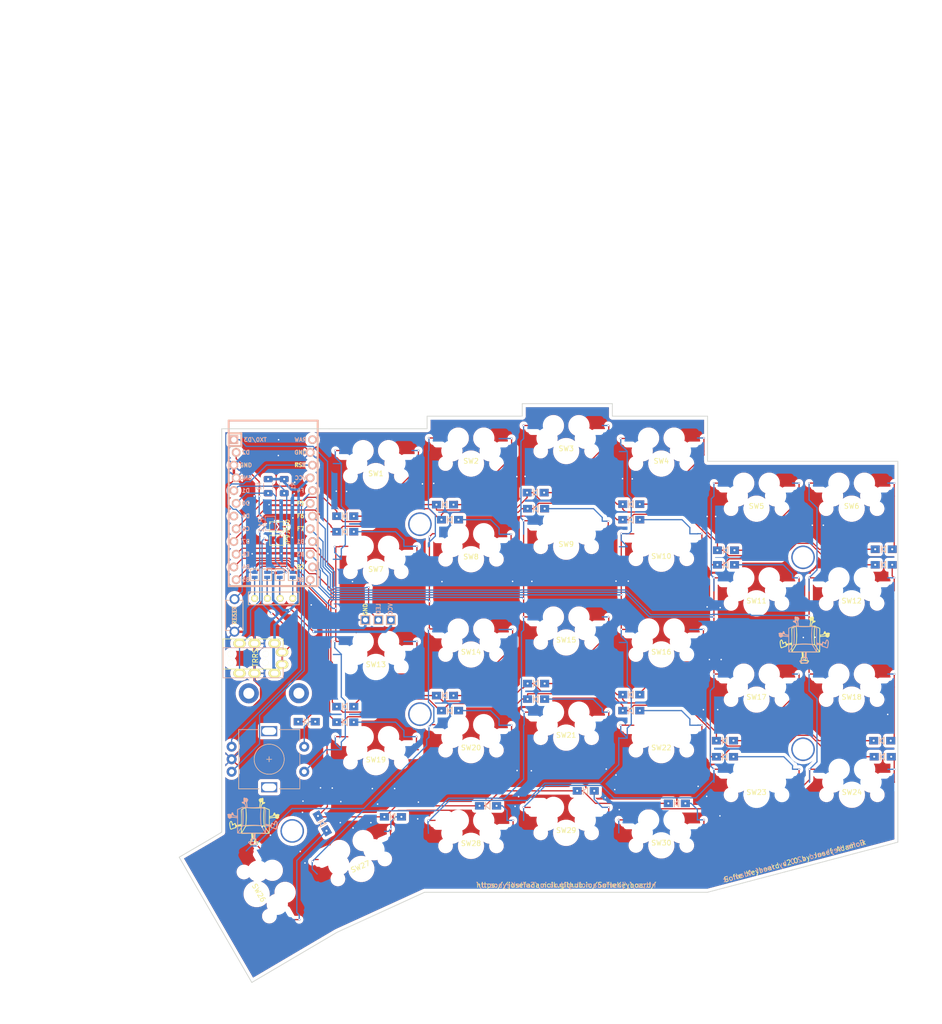
<source format=kicad_pcb>
(kicad_pcb (version 20221018) (generator pcbnew)
  (layers (0 "F.Cu" signal) (31 "B.Cu" signal) (34 "B.Paste" user) (35 "F.Paste" user) (36 "B.SilkS" user "B.Silkscreen") (37 "F.SilkS" user "F.Silkscreen") (38 "B.Mask" user) (39 "F.Mask" user) (44 "Edge.Cuts" user))
  (net 0 "")
  (net 1 "Net-(D1-Pad2)")
  (net 2 "row4")
  (net 3 "Net-(D2-Pad2)")
  (net 4 "Net-(D3-Pad2)")
  (net 5 "row0")
  (net 6 "Net-(D4-Pad2)")
  (net 7 "row1")
  (net 8 "Net-(D5-Pad2)")
  (net 9 "row2")
  (net 10 "Net-(D6-Pad2)")
  (net 11 "row3")
  (net 12 "Net-(D7-Pad2)")
  (net 13 "Net-(D8-Pad2)")
  (net 14 "Net-(D9-Pad2)")
  (net 15 "Net-(D10-Pad2)")
  (net 16 "Net-(D11-Pad2)")
  (net 17 "Net-(D12-Pad2)")
  (net 18 "Net-(D13-Pad2)")
  (net 19 "Net-(D14-Pad2)")
  (net 20 "Net-(D15-Pad2)")
  (net 21 "Net-(D16-Pad2)")
  (net 22 "Net-(D17-Pad2)")
  (net 23 "Net-(D18-Pad2)")
  (net 24 "Net-(D19-Pad2)")
  (net 25 "Net-(D20-Pad2)")
  (net 26 "Net-(D21-Pad2)")
  (net 27 "Net-(D22-Pad2)")
  (net 28 "Net-(D23-Pad2)")
  (net 29 "Net-(D24-Pad2)")
  (net 30 "Net-(D26-Pad2)")
  (net 31 "Net-(D27-Pad2)")
  (net 32 "Net-(D28-Pad2)")
  (net 33 "VCC")
  (net 34 "GND")
  (net 35 "col0")
  (net 36 "col1")
  (net 37 "col2")
  (net 38 "col3")
  (net 39 "col4")
  (net 40 "SDA")
  (net 41 "LED")
  (net 42 "SCL")
  (net 43 "RESET")
  (net 44 "Net-(D29-Pad2)")
  (net 45 "DATA")
  (net 46 "Net-(J3-Pad1)")
  (net 47 "Net-(J3-Pad2)")
  (net 48 "Net-(J3-Pad3)")
  (net 49 "Net-(J3-Pad4)")
  (net 50 "Net-(D30-Pad2)")
  (net 51 "SW25B")
  (net 52 "SW25A")
  (net 53 "ENCB")
  (net 54 "ENCA")
  (net 55 "/i2c_c")
  (net 56 "/i2c_d")
  (footprint "SofleKeyboard-footprint:HOLE_M2_TH" (layer "F.Cu") (at 129.3 59.6)
    (fp_text reference "TH3" hide)
    (fp_text value "HOLE" hide)
  )
  (footprint "SofleKeyboard-footprint:HOLE_M2_TH" (layer "F.Cu") (at 205.8 66.21)
    (fp_text reference "TH4" hide)
    (fp_text value "HOLE" hide)
  )
  (footprint "SofleKeyboard-footprint:HOLE_M2_TH" (layer "F.Cu") (at 205.8 104.51)
    (fp_text reference "TH6" hide)
    (fp_text value "HOLE" hide)
  )
  (footprint "SofleKeyboard-footprint:HOLE_M2_TH" (layer "F.Cu") (at 103.8 120.81 90)
    (fp_text reference "TH7" hide)
    (fp_text value "HOLE" hide)
  )
  (footprint "SofleKeyboard-footprint:ArduinoProMicro-ZigZag-DoubleSided" (layer "F.Cu") (at 100 56.71 -90)
    (fp_text reference "U1" hide)
    (fp_text value "ProMicro" hide)
  )
  (footprint "SofleKeyboard-footprint:Jumper" (layer "F.Cu") (at 103.9 69.7 90)
    (fp_text reference "JP1" hide)
    (fp_text value "Jumper_NO_Small" hide)
  )
  (footprint "SofleKeyboard-footprint:Jumper" (layer "F.Cu") (at 101.3 69.7 90)
    (fp_text reference "JP2" hide)
    (fp_text value "Jumper_NO_Small" hide)
  )
  (footprint "SofleKeyboard-footprint:Jumper" (layer "F.Cu") (at 98.8 69.7 90)
    (fp_text reference "JP3" hide)
    (fp_text value "Jumper_NO_Small" hide)
  )
  (footprint "SofleKeyboard-footprint:Diode_SOD123" (layer "F.Cu") (at 114.4 58)
    (fp_text reference "D1" hide)
    (fp_text value "D" hide)
  )
  (footprint "SofleKeyboard-footprint:Diode_SOD123" (layer "F.Cu") (at 134.3 55.7)
    (fp_text reference "D2" hide)
    (fp_text value "D" hide)
  )
  (footprint "SofleKeyboard-footprint:Diode_SOD123" (layer "F.Cu") (at 152.4 53.3)
    (fp_text reference "D3" hide)
    (fp_text value "D" hide)
  )
  (footprint "SofleKeyboard-footprint:Diode_SOD123" (layer "F.Cu") (at 171.5 55.6)
    (fp_text reference "D4" hide)
    (fp_text value "D" hide)
  )
  (footprint "SofleKeyboard-footprint:Diode_SOD123" (layer "F.Cu") (at 190.4 64.8)
    (fp_text reference "D5" hide)
    (fp_text value "D" hide)
  )
  (footprint "SofleKeyboard-footprint:Diode_SOD123" (layer "F.Cu") (at 221.9 64.6)
    (fp_text reference "D6" hide)
    (fp_text value "D" hide)
  )
  (footprint "SofleKeyboard-footprint:Diode_SOD123" (layer "F.Cu") (at 114.4 61.1)
    (fp_text reference "D7" hide)
    (fp_text value "D" hide)
  )
  (footprint "SofleKeyboard-footprint:Diode_SOD123" (layer "F.Cu") (at 135.3 58.7)
    (fp_text reference "D8" hide)
    (fp_text value "D" hide)
  )
  (footprint "SofleKeyboard-footprint:Diode_SOD123" (layer "F.Cu") (at 152.5 56.5)
    (fp_text reference "D9" hide)
    (fp_text value "D" hide)
  )
  (footprint "SofleKeyboard-footprint:Diode_SOD123" (layer "F.Cu") (at 171.5 58.7)
    (fp_text reference "D10" hide)
    (fp_text value "D" hide)
  )
  (footprint "SofleKeyboard-footprint:Diode_SOD123" (layer "F.Cu") (at 190.4 67.7)
    (fp_text reference "D11" hide)
    (fp_text value "D" hide)
  )
  (footprint "SofleKeyboard-footprint:Diode_SOD123" (layer "F.Cu") (at 221.9 67.7)
    (fp_text reference "D12" hide)
    (fp_text value "D" hide)
  )
  (footprint "SofleKeyboard-footprint:Diode_SOD123" (layer "F.Cu") (at 114.4 96)
    (fp_text reference "D13" hide)
    (fp_text value "D" hide)
  )
  (footprint "SofleKeyboard-footprint:Diode_SOD123" (layer "F.Cu") (at 134.3 93.8)
    (fp_text reference "D14" hide)
    (fp_text value "D" hide)
  )
  (footprint "SofleKeyboard-footprint:Diode_SOD123" (layer "F.Cu") (at 152.5 91.4)
    (fp_text reference "D15" hide)
    (fp_text value "D" hide)
  )
  (footprint "SofleKeyboard-footprint:Diode_SOD123" (layer "F.Cu") (at 171.5 93.6)
    (fp_text reference "D16" hide)
    (fp_text value "D" hide)
  )
  (footprint "SofleKeyboard-footprint:Diode_SOD123" (layer "F.Cu") (at 190.2 102.8)
    (fp_text reference "D17" hide)
    (fp_text value "D" hide)
  )
  (footprint "SofleKeyboard-footprint:Diode_SOD123" (layer "F.Cu") (at 221.6 102.8)
    (fp_text reference "D18" hide)
    (fp_text value "D" hide)
  )
  (footprint "SofleKeyboard-footprint:Diode_SOD123" (layer "F.Cu") (at 114.4 99.1)
    (fp_text reference "D19" hide)
    (fp_text value "D" hide)
  )
  (footprint "SofleKeyboard-footprint:Diode_SOD123" (layer "F.Cu") (at 135.3 96.8)
    (fp_text reference "D20" hide)
    (fp_text value "D" hide)
  )
  (footprint "SofleKeyboard-footprint:Diode_SOD123" (layer "F.Cu") (at 152.5 94.5)
    (fp_text reference "D21" hide)
    (fp_text value "D" hide)
  )
  (footprint "SofleKeyboard-footprint:Diode_SOD123" (layer "F.Cu") (at 171.5 96.8)
    (fp_text reference "D22" hide)
    (fp_text value "D" hide)
  )
  (footprint "SofleKeyboard-footprint:Diode_SOD123" (layer "F.Cu") (at 190.2 106)
    (fp_text reference "D23" hide)
    (fp_text value "D" hide)
  )
  (footprint "SofleKeyboard-footprint:Diode_SOD123" (layer "F.Cu") (at 221.7 106)
    (fp_text reference "D24" hide)
    (fp_text value "D" hide)
  )
  (footprint "SofleKeyboard-footprint:Diode_SOD123" (layer "F.Cu") (at 106.7 99.01)
    (fp_text reference "D25" hide)
    (fp_text value "D" hide)
  )
  (footprint "SofleKeyboard-footprint:Diode_SOD123" (layer "F.Cu") (at 109.8 119.3 -60)
    (fp_text reference "D26" hide)
    (fp_text value "D" hide)
  )
  (footprint "SofleKeyboard-footprint:Diode_SOD123" (layer "F.Cu") (at 123.9 118)
    (fp_text reference "D27" hide)
    (fp_text value "D" hide)
  )
  (footprint "SofleKeyboard-footprint:Diode_SOD123" (layer "F.Cu") (at 142.9 115.8)
    (fp_text reference "D28" hide)
    (fp_text value "D" hide)
  )
  (footprint "SofleKeyboard-footprint:Diode_SOD123" (layer "F.Cu") (at 162.4 112.81)
    (fp_text reference "D29" hide)
    (fp_text value "D" hide)
  )
  (footprint "ergodonk_kicad_library:key_outline_only" (layer "F.Cu") (at 120.5 50)
    (fp_text reference "SW1")
    (fp_text value "SW_PUSH")
  )
  (footprint "ergodonk_kicad_library:key_outline_only" (layer "F.Cu") (at 120.5 69.1)
    (fp_text reference "SW7")
    (fp_text value "SW_PUSH")
  )
  (footprint "ergodonk_kicad_library:key_outline_only" (layer "F.Cu") (at 120.5 88.1)
    (fp_text reference "SW13")
    (fp_text value "SW_PUSH")
  )
  (footprint "ergodonk_kicad_library:key_outline_only" (layer "F.Cu") (at 120.5 107.1)
    (fp_text reference "SW19")
    (fp_text value "SW_PUSH")
  )
  (footprint "ergodonk_kicad_library:key_outline_only" (layer "F.Cu") (at 96.7 133.41 -60)
    (fp_text reference "SW26")
    (fp_text value "SW_PUSH")
  )
  (footprint "ergodonk_kicad_library:key_outline_only" (layer "F.Cu") (at 117.6 128.4 23)
    (fp_text reference "SW27")
    (fp_text value "SW_PUSH")
  )
  (footprint "ergodonk_kicad_library:key_outline_only" (layer "F.Cu") (at 139.5 123.8)
    (fp_text reference "SW28")
    (fp_text value "SW_PUSH")
  )
  (footprint "ergodonk_kicad_library:key_outline_only" (layer "F.Cu") (at 158.5 121.2)
    (fp_text reference "SW29")
    (fp_text value "SW_PUSH")
  )
  (footprint "SofleKeyboard-footprint:M2_HOLE_PCB" (layer "F.Cu") (at 95.13 93.352)
    (fp_text reference "TH1" hide)
    (fp_text value "HOLE")
  )
  (footprint "SofleKeyboard-footprint:Jumper" (layer "F.Cu") (at 96.3 69.7 90)
    (fp_text reference "JP4" hide)
    (fp_text value "Jumper_NO_Small" hide)
  )
  (footprint "SofleKeyboard-footprint:LED" (layer "F.Cu") (at 123.5 78.71 -90)
    (fp_text reference "J1" hide)
    (fp_text value "LED" hide)
  )
  (footprint "SofleKeyboard-footprint:OLED_4Pin" (layer "F.Cu") (at 96.3 74.41)
    (fp_text reference "J3" hide)
    (fp_text value "OLED" hide)
  )
  (footprint "SofleKeyboard-footprint:Diode_SOD123" (layer "F.Cu") (at 180.6 115.31)
    (fp_text reference "D30" hide)
    (fp_text value "D" hide)
  )
  (footprint "SofleKeyboard-footprint:M2_HOLE_PCB" (layer "F.Cu") (at 105.13 93.336)
    (fp_text reference "TH2" hide)
    (fp_text value "HOLE")
  )
  (footprint "ergodonk_kicad_library:key_outline_only" (layer "F.Cu") (at 139.5 85.6)
    (fp_text reference "SW14")
    (fp_text value "SW_PUSH")
  )
  (footprint "ergodonk_kicad_library:key_outline_only" (layer "F.Cu") (at 139.5 104.7)
    (fp_text reference "SW20")
    (fp_text value "SW_PUSH")
  )
  (footprint "ergodonk_kicad_library:key_outline_only" (layer "F.Cu") (at 139.5 66.6)
    (fp_text reference "SW8")
    (fp_text value "SW_PUSH")
  )
  (footprint "ergodonk_kicad_library:key_outline_only" (layer "F.Cu") (at 139.5 47.5)
    (fp_text reference "SW2")
    (fp_text value "SW_PUSH")
  )
  (footprint "ergodonk_kicad_library:key_outline_only" (layer "F.Cu") (at 158.5 83.2)
    (fp_text reference "SW15")
    (fp_text value "SW_PUSH")
  )
  (footprint "ergodonk_kicad_library:key_outline_only" (layer "F.Cu") (at 158.5 45.01)
    (fp_text reference "SW3")
    (fp_text value "SW_PUSH")
  )
  (footprint "ergodonk_kicad_library:key_outline_only" (layer "F.Cu") (at 158.5 64.1)
    (fp_text reference "SW9")
    (fp_text value "SW_PUSH")
  )
  (footprint "ergodonk_kicad_library:key_outline_only" (layer "F.Cu") (at 158.5 102.2)
    (fp_text reference "SW21")
    (fp_text value "SW_PUSH")
  )
  (footprint "ergodonk_kicad_library:key_outline_only" (layer "F.Cu") (at 177.5 104.7)
    (fp_text reference "SW22")
    (fp_text value "SW_PUSH")
  )
  (footprint "ergodonk_kicad_library:key_outline_only" (layer "F.Cu") (at 177.5 66.5)
    (fp_text reference "SW10")
    (fp_text value "SW_PUSH")
  )
  (footprint "ergodonk_kicad_library:key_outline_only" (layer "F.Cu") (at 177.5 123.7)
    (fp_text reference "SW30")
    (fp_text value "SW_PUSH")
  )
  (footprint "ergodonk_kicad_library:key_outline_only" (layer "F.Cu") (at 177.5 85.6)
    (fp_text reference "SW16")
    (fp_text value "SW_PUSH")
  )
  (footprint "ergodonk_kicad_library:key_outline_only" (layer "F.Cu") (at 177.5 47.5)
    (fp_text reference "SW4")
    (fp_text value "SW_PUSH")
  )
  (footprint "ergodonk_kicad_library:key_outline_only" (layer "F.Cu") (at 196.5 56.5)
    (fp_text reference "SW5")
    (fp_text value "SW_PUSH")
  )
  (footprint "ergodonk_kicad_library:key_outline_only" (layer "F.Cu") (at 196.5 113.6)
    (fp_text reference "SW23")
    (fp_text value "SW_PUSH")
  )
  (footprint "ergodonk_kicad_library:key_outline_only" (layer "F.Cu") (at 215.5 94.6)
    (fp_text reference "SW18")
    (fp_text value "SW_PUSH")
  )
  (footprint "ergodonk_kicad_library:key_outline_only" (layer "F.Cu") (at 215.55 113.6)
    (fp_text reference "SW24")
    (fp_text value "SW_PUSH")
  )
  (footprint "ergodonk_kicad_library:key_outline_only" (layer "F.Cu") (at 215.5 56.5)
    (fp_text reference "SW6")
    (fp_text value "SW_PUSH")
  )
  (footprint "ergodonk_kicad_library:key_outline_only" (layer "F.Cu") (at 215.5 75.4)
    (fp_text reference "SW12")
    (fp_text value "SW_PUSH")
  )
  (footprint "ergodonk_kicad_library:key_outline_only" (layer "F.Cu") (at 196.5 94.6)
    (fp_text reference "SW17")
    (fp_text value "SW_PUSH")
  )
  (footprint "ergodonk_kicad_library:key_outline_only" (layer "F.Cu") (at 196.5 75.4)
    (fp_text reference "SW11")
    (fp_text value "SW_PUSH")
  )
  (footprint "SofleKeyboard-footprint:HOLE_M2_TH" (layer "F.Cu") (at 129.3 97.51)
    (fp_text reference "TH5" hide)
    (fp_text value "HOLE" hide)
  )
  (footprint "SofleKeyboard-footprint:RotaryEncoder_Alps_EC11E-Switch_Vertical_H20mm-keebio_modified" (layer "F.Cu") (at 99.2 106.5)
    (fp_text reference "SW25" hide)
    (fp_text value "Rotary_Encoder_Switch")
  )
  (footprint "SofleKeyboard-footprint:MJ-4PP-9" (layer "F.Cu") (at 89.98 85.502 90)
    (fp_text reference "J2")
    (fp_text value "4PIN" hide)
  )
  (footprint "Jumper:SolderJumper-2_P1.3mm_Open_TrianglePad1.0x1.5mm" (layer "F.Cu") (at 100.7 62.81 180)
    (fp_text reference "JP9")
    (fp_text value "I2CSCL")
  )
  (footprint "Jumper:SolderJumper-2_P1.3mm_Open_TrianglePad1.0x1.5mm" (layer "F.Cu") (at 100.675 60.11)
    (fp_text reference "JP10")
    (fp_text value "IC2SDA")
  )
  (footprint "SofleKeyboard-footprint:TACT_SWITCH_TVBP06" (layer "F.Cu") (at 92.28 77.802 90)
    (fp_text reference "RSW1" hide)
    (fp_text value "SW_RST" hide)
  )
  (footprint "SofleKeyboard-footprint:SofleLogoSmall" (layer "F.Cu") (at 96.88 125.952)
    (fp_text reference "Ref**" hide)
    (fp_text value "Val**" hide)
  )
  (footprint "SofleKeyboard-footprint:SofleLogoSmall" (layer "F.Cu") (at 206.78 89.752)
    (fp_text reference "Ref**" hide)
    (fp_text value "Val**" hide)
  )
  (footprint "SofleKeyboard-footprint:R_1206_DoubleSided" (layer "B.Cu") (at 102.2 52.01 -90)
    (fp_text reference "R1")
    (fp_text value "R")
  )
  (footprint "SofleKeyboard-footprint:R_1206_DoubleSided" (layer "B.Cu") (at 99 52.01 -90)
    (fp_text reference "R2")
    (fp_text value "R")
  )
  (footprint "SofleKeyboard-footprint:Jumper" (layer "B.Cu") (at 101.3 69.7 90)
    (fp_text reference "JP6" hide)
    (fp_text value "Jumper_NO_Small" hide)
  )
  (footprint "SofleKeyboard-footprint:Jumper" (layer "B.Cu") (at 98.8 69.7 90)
    (fp_text reference "JP7" hide)
    (fp_text value "Jumper_NO_Small" hide)
  )
  (footprint "SofleKeyboard-footprint:Jumper" (layer "B.Cu") (at 96.3 69.7 90)
    (fp_text reference "JP8" hide)
    (fp_text value "Jumper_NO_Small" hide)
  )
  (footprint "SofleKeyboard-footprint:Jumper" (layer "B.Cu") (at 103.9 69.7 90)
    (fp_text reference "JP5" hide)
    (fp_text value "Jumper_NO_Small" hide)
  )
  (footprint "Jumper:SolderJumper-2_P1.3mm_Bridged2Bar_Pad1.0x1.5mm" (layer "B.Cu") (at 99.4 59.41 -90)
    (fp_text reference "JP11")
    (fp_text value "Serial")
  )
  (footprint "SofleKeyboard-footprint:SofleLogoSmall" (layer "B.Cu") (at 95.23 125.902 180)
    (fp_text reference "Ref**" hide)
    (fp_text value "Val**" hide)
  )
  (footprint "SofleKeyboard-footprint:SofleLogoSmall" (layer "B.Cu") (at 205.28 89.752 180)
    (fp_text reference "Ref**" hide)
    (fp_text value "Val**" hide)
  )
  (gr_line (start 149.73 35.552) (end 149.73 38.052) (stroke (width 0.15)) (layer "Edge.Cuts"))
  (gr_line (start 186.73 38.052) (end 167.73 38.052) (stroke (width 0.15)) (layer "Edge.Cuts"))
  (gr_line (start 89.73 100.552) (end 89.73 121.052) (stroke (width 0.15)) (layer "Edge.Cuts"))
  (gr_line (start 186.73 47.052) (end 186.73 38.052) (stroke (width 0.15)) (layer "Edge.Cuts"))
  (gr_line (start 149.73 38.052) (end 130.73 38.052) (stroke (width 0.15)) (layer "Edge.Cuts"))
  (gr_line (start 111.23 40.552) (end 89.73 40.552) (stroke (width 0.15)) (layer "Edge.Cuts"))
  (gr_line (start 89.73 99.94) (end 89.73 100.552) (stroke (width 0.15)) (layer "Edge.Cuts"))
  (gr_line (start 186.73 133.052) (end 224.73 123.052) (stroke (width 0.15)) (layer "Edge.Cuts"))
  (gr_line (start 89.73 40.552) (end 89.73 99.94) (stroke (width 0.15)) (layer "Edge.Cuts"))
  (gr_line (start 95.73 151.052) (end 112.73 141.052) (stroke (width 0.15)) (layer "Edge.Cuts"))
  (gr_line (start 224.73 123.052) (end 224.73 47.052) (stroke (width 0.15)) (layer "Edge.Cuts"))
  (gr_line (start 89.73 121.052) (end 87.23 122.552) (stroke (width 0.15)) (layer "Edge.Cuts"))
  (gr_line (start 130.73 38.052) (end 130.73 40.552) (stroke (width 0.15)) (layer "Edge.Cuts"))
  (gr_line (start 167.73 38.052) (end 167.73 35.552) (stroke (width 0.15)) (layer "Edge.Cuts"))
  (gr_line (start 112.73 141.052) (end 130.23 133.052) (stroke (width 0.15)) (layer "Edge.Cuts"))
  (gr_line (start 87.23 122.552) (end 81.23 126.052) (stroke (width 0.15)) (layer "Edge.Cuts"))
  (gr_line (start 130.73 40.552) (end 111.23 40.552) (stroke (width 0.15)) (layer "Edge.Cuts"))
  (gr_line (start 224.73 47.052) (end 186.73 47.052) (stroke (width 0.15)) (layer "Edge.Cuts"))
  (gr_line (start 81.23 126.052) (end 95.73 151.052) (stroke (width 0.15)) (layer "Edge.Cuts"))
  (gr_line (start 167.73 35.552) (end 149.73 35.552) (stroke (width 0.15)) (layer "Edge.Cuts"))
  (gr_line (start 130.23 133.052) (end 186.73 133.052) (stroke (width 0.15)) (layer "Edge.Cuts"))
  (gr_text "Sofle Keyboard v2.0 by Josef Adamcik" (at 203.93 126.852 15) (layer "B.SilkS") (effects (font (size 1 1)) (justify mirror)))
  (gr_text "https://josefadamcik.github.io/SofleKeyboard/" (at 158.48 131.602) (layer "B.SilkS") (effects (font (size 1 1)) (justify mirror)))
  (gr_text "https://josefadamcik.github.io/SofleKeyboard/" (at 158.53 131.602) (layer "F.SilkS") (effects (font (size 1 1))))
  (gr_text "Sofle Keyboard v2.0 by Josef Adamcik" (at 204.18 126.802 15) (layer "F.SilkS") (effects (font (size 1 1))))
  (segment (start 116.1 58) (end 119.319002 58) (width 0.25) (layer "F.Cu") (net 1))
  (segment (start 119.319002 58) (end 129 48.319002) (width 0.25) (layer "F.Cu") (net 1))
  (segment (start 129 48.319002) (end 129 48.25) (width 0.25) (layer "F.Cu") (net 1))
  (segment (start 129 47.5) (end 129 44.91) (width 0.25) (layer "F.Cu") (net 1))
  (segment (start 129 48.25) (end 129 47.5) (width 0.25) (layer "F.Cu") (net 1))
  (via (at 129 44.91) (size 0.4) (drill 0.3) (layers "F.Cu" "B.Cu") (net 1))
  (segment (start 127.7 44.9) (end 128.99 44.9) (width 0.25) (layer "B.Cu") (net 1))
  (segment (start 128.99 44.9) (end 129 44.91) (width 0.25) (layer "B.Cu") (net 1))
  (segment (start 105 99.01) (end 106.15 99.01) (width 0.25) (layer "F.Cu") (net 2))
  (segment (start 141.2 115.8) (end 124.55 115.8) (width 0.25) (layer "F.Cu") (net 2))
  (segment (start 160.7 112.81) (end 161.85 112.81) (width 0.25) (layer "F.Cu") (net 2))
  (segment (start 96.438566 66.850034) (end 103.063218 66.850034) (width 0.25) (layer "F.Cu") (net 2))
  (segment (start 110.7 94.46) (end 110.7 94.01) (width 0.25) (layer "F.Cu") (net 2))
  (segment (start 110.6 75.932) (end 110.6 88.674999) (width 0.25) (layer "F.Cu") (net 2))
  (segment (start 106.190099 69.976915) (end 106.190099 71.256625) (width 0.25) (layer "F.Cu") (net 2))
  (segment (start 110.6 88.674999) (end 110.825001 88.9) (width 0.25) (layer "F.Cu") (net 2))
  (segment (start 106.190099 71.256625) (end 110.6 75.666526) (width 0.25) (layer "F.Cu") (net 2))
  (segment (start 108.3 96.86) (end 110.7 96.86) (width 0.25) (layer "F.Cu") (net 2))
  (segment (start 141.35 115.8) (end 141.2 115.8) (width 0.25) (layer "F.Cu") (net 2))
  (segment (start 106.15 99.01) (end 108.3 96.86) (width 0.25) (layer "F.Cu") (net 2))
  (segment (start 164.35 115.31) (end 178.9 115.31) (width 0.25) (layer "F.Cu") (net 2))
  (segment (start 161.85 112.81) (end 164.35 115.31) (width 0.25) (layer "F.Cu") (net 2))
  (segment (start 141.2 115.8) (end 142.35 115.8) (width 0.25) (layer "F.Cu") (net 2))
  (segment (start 110.7 96.86) (end 110.7 94.01) (width 0.25) (layer "F.Cu") (net 2))
  (segment (start 110.825001 88.9) (end 110.825001 88.825001) (width 0.25) (layer "F.Cu") (net 2))
  (segment (start 109.122243 118) (end 108.95 117.827757) (width 0.25) (layer "F.Cu") (net 2))
  (segment (start 103.063218 66.850034) (end 106.190099 69.976915) (width 0.25) (layer "F.Cu") (net 2))
  (segment (start 122.2 118) (end 109.122243 118) (width 0.25) (layer "F.Cu") (net 2))
  (segment (start 108.95 117.827757) (end 110.825001 115.952756) (width 0.25) (layer "F.Cu") (net 2))
  (segment (start 110.6 75.666526) (end 110.6 75.932) (width 0.25) (layer "F.Cu") (net 2))
  (segment (start 142.35 115.8) (end 145.34 112.81) (width 0.25) (layer "F.Cu") (net 2))
  (segment (start 110.6 75.572) (end 110.6 75.932) (width 0.25) (layer "F.Cu") (net 2))
  (segment (start 122.35 118) (end 122.2 118) (width 0.25) (layer "F.Cu") (net 2))
  (segment (start 145.34 112.81) (end 160.7 112.81) (width 0.25) (layer "F.Cu") (net 2))
  (segment (start 124.55 115.8) (end 122.35 118) (width 0.25) (layer "F.Cu") (net 2))
  (segment (start 110.825001 115.952756) (end 110.7 96.86) (width 0.25) (layer "F.Cu") (net 2))
  (segment (start 92.6086 70.68) (end 96.438566 66.850034) (width 0.25) (layer "F.Cu") (net 2))
  (segment (start 110.7 94.01) (end 110.825001 88.9) (width 0.25) (layer "F.Cu") (net 2))
  (segment (start 136.7 55) (end 136 55.7) (width 0.25) (layer "F.Cu") (net 3))
  (segment (start 136 55.7) (end 138.119002 55.7) (width 0.25) (layer "F.Cu") (net 3))
  (segment (start 148 45.819002) (end 148 45.75) (width 0.25) (layer "F.Cu") (net 3))
  (segment (start 147.6 42.5) (end 147.6 43.86) (width 0.25) (layer "F.Cu") (net 3))
  (segment (start 138.119002 55.7) (end 148 45.819002) (width 0.25) (layer "F.Cu") (net 3))
  (segment (start 148 45.75) (end 148 45) (width 0.25) (layer "F.Cu") (net 3))
  (segment (start 147.6 43.86) (end 146.4 45.06) (width 0.25) (layer "F.Cu") (net 3))
  (segment (start 148 45.1) (end 146.44 45.1) (width 0.25) (layer "F.Cu") (net 3))
  (segment (start 146.44 45.1) (end 146.4 45.06) (width 0.25) (layer "F.Cu") (net 3))
  (via (at 147.6 42.5) (size 0.4) (drill 0.3) (layers "F.Cu" "B.Cu") (net 3))
  (segment (start 146.7 42.5) (end 147.6 42.5) (width 0.25) (layer "B.Cu") (net 3))
  (segment (start 145.1 42.52) (end 146.68 42.52) (width 0.25) (layer "B.Cu") (net 3))
  (segment (start 146.68 42.52) (end 146.7 42.5) (width 0.25) (layer "B.Cu") (net 3))
  (segment (start 154.1 53.3) (end 157.029002 53.3) (width 0.25) (layer "F.Cu") (net 4))
  (segment (start 167 43.26) (end 167 42.51) (width 0.25) (layer "F.Cu") (net 4))
  (segment (start 167 43.329002) (end 167 43.26) (width 0.25) (layer "F.Cu") (net 4))
  (segment (start 157.029002 53.3) (end 167 43.329002) (width 0.25) (layer "F.Cu") (net 4))
  (segment (start 167 42.51) (end 167 40.01) (width 0.25) (layer "F.Cu") (net 4))
  (segment (start 167 40.01) (end 166.9 39.91) (width 0.25) (layer "F.Cu") (net 4))
  (via (at 166.9 39.91) (size 0.4) (drill 0.3) (layers "F.Cu" "B.Cu") (net 4))
  (segment (start 165.7 39.91) (end 166.9 39.91) (width 0.25) (layer "B.Cu") (net 4))
  (segment (start 98.265225 54.863375) (end 106.190099 54.863375) (width 0.25) (layer "F.Cu") (net 5))
  (segment (start 182.688402 57.17499) (end 188.7 63.186588) (width 0.25) (layer "F.Cu") (net 5))
  (segment (start 132.6 56.7) (end 132.675001 56.775001) (width 0.25) (layer "F.Cu") (net 5))
  (segment (start 151.85 53.3) (end 153.524989 54.974989) (width 0.25) (layer "F.Cu") (net 5))
  (segment (start 109.938699 54.238699) (end 112.7 57) (width 0.25) (layer "F.Cu") (net 5))
  (segment (start 92.6086 60.52) (end 98.265225 54.863375) (width 0.25) (layer "F.Cu") (net 5))
  (segment (start 207.4114 62.98499) (end 209.02641 64.6) (width 0.25) (layer "F.Cu") (net 5))
  (segment (start 170 55.6) (end 169.8 55.6) (width 0.25) (layer "F.Cu") (net 5))
  (segment (start 150.85 53.3) (end 150.7 53.3) (width 0.25) (layer "F.Cu") (net 5))
  (segment (start 106.190099 54.863375) (end 106.814775 54.238699) (width 0.25) (layer "F.Cu") (net 5))
  (segment (start 132.75 55.7) (end 132.6 55.7) (width 0.25) (layer "F.Cu") (net 5))
  (segment (start 189.85 64.8) (end 190.925001 65.875001) (width 0.25) (layer "F.Cu") (net 5))
  (segment (start 132.6 55.7) (end 123.401002 55.7) (width 0.25) (layer "F.Cu") (net 5))
  (segment (start 209.02641 64.6) (end 220.2 64.6) (width 0.25) (layer "F.Cu") (net 5))
  (segment (start 132.6 55.7) (end 132.6 56.7) (width 0.25) (layer "F.Cu") (net 5))
  (segment (start 188.9 64.8) (end 188.7 64.8) (width 0.25) (layer "F.Cu") (net 5))
  (segment (start 123.401002 55.7) (end 120.026001 59.075001) (width 0.25) (layer "F.Cu") (net 5))
  (segment (start 169.8 56.6) (end 170.37499 57.17499) (width 0.25) (layer "F.Cu") (net 5))
  (segment (start 170.37499 57.17499) (end 182.688402 57.17499) (width 0.25) (layer "F.Cu") (net 5))
  (segment (start 148.224999 56.775001) (end 150.7 54.3) (width 0.25) (layer "F.Cu") (net 5))
  (segment (start 169.8 55.6) (end 169.8 56.6) (width 0.25) (layer "F.Cu") (net 5))
  (segment (start 201.391587 65.875001) (end 204.281599 62.984989) (width 0.25) (layer "F.Cu") (net 5))
  (segment (start 168.65 55.6) (end 169.8 55.6) (width 0.25) (layer "F.Cu") (net 5))
  (segment (start 190.925001 65.875001) (end 201.391587 65.875001) (width 0.25) (layer "F.Cu") (net 5))
  (segment (start 113.925001 59.075001) (end 112.85 58) (width 0.25) (layer "F.Cu") (net 5))
  (segment (start 120.026001 59.075001) (end 113.925001 59.075001) (width 0.25) (layer "F.Cu") (net 5))
  (segment (start 168.024989 54.974989) (end 168.65 55.6) (width 0.25) (layer "F.Cu") (net 5))
  (segment (start 153.524989 54.974989) (end 168.024989 54.974989) (width 0.25) (layer "F.Cu") (net 5))
  (segment (start 132.675001 56.775001) (end 148.224999 56.775001) (width 0.25) (layer "F.Cu") (net 5))
  (segment (start 188.7 63.186588) (end 188.7 64.8) (width 0.25) (layer "F.Cu") (net 5))
  (segment (start 106.814775 54.238699) (end 109.938699 54.238699) (width 0.25) (layer "F.Cu") (net 5))
  (segment (start 112.85 58) (end 112.7 58) (width 0.25) (layer "F.Cu") (net 5))
  (segment (start 188.7 64.8) (end 189.85 64.8) (width 0.25) (layer "F.Cu") (net 5))
  (segment (start 150.7 54.3) (end 150.7 53.3) (width 0.25) (layer "F.Cu") (net 5))
  (segment (start 112.7 57) (end 112.7 58) (width 0.25) (layer "F.Cu") (net 5))
  (segment (start 150.7 53.3) (end 151.85 53.3) (width 0.25) (layer "F.Cu") (net 5))
  (segment (start 204.281599 62.984989) (end 207.4114 62.98499) (width 0.25) (layer "F.Cu") (net 5))
  (segment (start 186 42.41) (end 186 45) (width 0.25) (layer "F.Cu") (net 6))
  (segment (start 186 45.75) (end 186 45) (width 0.25) (layer "F.Cu") (net 6))
  (segment (start 173.2 55.6) (end 176.219002 55.6) (width 0.25) (layer "F.Cu") (net 6))
  (segment (start 186 45.819002) (end 186 45.75) (width 0.25) (layer "F.Cu") (net 6))
  (segment (start 176.219002 55.6) (end 186 45.819002) (width 0.25) (layer "F.Cu") (net 6))
  (via (at 186 42.41) (size 0.4) (drill 0.3) (layers "F.Cu" "B.Cu") (net 6))
  (segment (start 185.99 42.4) (end 186 42.41) (width 0.25) (layer "B.Cu") (net 6))
  (segment (start 184.7 42.4) (end 185.99 42.4) (width 0.25) (layer "B.Cu") (net 6))
  (segment (start 150.8 56.5) (end 151.95 56.5) (width 0.25) (layer "F.Cu") (net 7))
  (segment (start 111.55 61.1) (end 112.7 61.1) (width 0.25) (layer "F.Cu") (net 7))
  (segment (start 207.224999 63.434999) (end 211.49 67.7) (width 0.25) (layer "F.Cu") (net 7))
  (segment (start 191.04 66.51) (end 201.392998 66.51) (width 0.25) (layer "F.Cu") (net 7))
  (segment (start 133.3 58.7) (end 131.1 56.5) (width 0.25) (layer "F.Cu") (net 7))
  (segment (start 170 58.7) (end 169.8 58.7) (width 0.25) (layer "F.Cu") (net 7))
  (segment (start 92.1514 62.755126) (end 98.127827 56.778699) (width 0.25) (layer "F.Cu") (net 7))
  (segment (start 134.074989 57.225011) (end 148.924989 57.225011) (width 0.25) (layer "F.Cu") (net 7))
  (segment (start 133.6 58.7) (end 133.3 58.7) (width 0.25) (layer "F.Cu") (net 7))
  (segment (start 187.55 67.7) (end 188.7 67.7) (width 0.25) (layer "F.Cu") (net 7))
  (segment (start 188.7 67.7) (end 189.85 67.7) (width 0.25) (layer "F.Cu") (net 7))
  (segment (start 123.237412 56.5) (end 119.712413 60.024999) (width 0.25) (layer "F.Cu") (net 7))
  (segment (start 204.467999 63.434999) (end 207.224999 63.434999) (width 0.25) (layer "F.Cu") (net 7))
  (segment (start 170.95 58.7) (end 172.025001 57.624999) (width 0.25) (layer "F.Cu") (net 7))
  (segment (start 172.025001 57.624999) (end 182.502001 57.624999) (width 0.25) (layer "F.Cu") (net 7))
  (segment (start 153.025001 55.424999) (end 165.374999 55.424999) (width 0.25) (layer "F.Cu") (net 7))
  (segment (start 133.6 58.7) (end 133.6 57.7) (width 0.25) (layer "F.Cu") (net 7))
  (segment (start 211.49 67.7) (end 220.2 67.7) (width 0.25) (layer "F.Cu") (net 7))
  (segment (start 111.55 59.95) (end 111.55 60.1) (width 0.25) (layer "F.Cu") (net 7))
  (segment (start 112.85 61.1) (end 112.7 61.1) (width 0.25) (layer "F.Cu") (net 7))
  (segment (start 92.1514 63.06) (end 92.1514 62.755126) (width 0.25) (layer "F.Cu") (net 7))
  (segment (start 148.924989 57.225011) (end 149.65 56.5) (width 0.25) (layer "F.Cu") (net 7))
  (segment (start 189.85 67.7) (end 191.04 66.51) (width 0.25) (layer "F.Cu") (net 7))
  (segment (start 182.502001 57.624999) (end 187.474999 62.597997) (width 0.25) (layer "F.Cu") (net 7))
  (segment (start 165.374999 55.424999) (end 168.65 58.7) (width 0.25) (layer "F.Cu") (net 7))
  (segment (start 149.65 56.5) (end 150.8 56.5) (width 0.25) (layer "F.Cu") (net 7))
  (segment (start 151.95 56.5) (end 153.025001 55.424999) (width 0.25) (layer "F.Cu") (net 7))
  (segment (start 133.6 57.7) (end 134.074989 57.225011) (width 0.25) (layer "F.Cu") (net 7))
  (segment (start 108.378699 56.778699) (end 111.55 59.95) (width 0.25) (layer "F.Cu") (net 7))
  (segment (start 201.392998 66.51) (end 204.467999 63.434999) (width 0.25) (layer "F.Cu") (net 7))
  (segment (start 131.1 56.5) (end 123.237412 56.5) (width 0.25) (layer "F.Cu") (net 7))
  (segment (start 133.75 58.7) (end 133.6 58.7) (width 0.25) (layer "F.Cu") (net 7))
  (segment (start 150.8 56.5) (end 150.6 56.7) (width 0.25) (layer "F.Cu") (net 7))
  (segment (start 168.65 58.7) (end 169.8 58.7) (width 0.25) (layer "F.Cu") (net 7))
  (segment (start 150.95 56.5) (end 150.8 56.5) (width 0.25) (layer "F.Cu") (net 7))
  (segment (start 113.925001 60.024999) (end 112.85 61.1) (width 0.25) (layer "F.Cu") (net 7))
  (segment (start 187.474999 67.624999) (end 187.55 67.7) (width 0.25) (layer "F.Cu") (net 7))
  (segment (start 169.8 58.7) (end 170.95 58.7) (width 0.25) (layer "F.Cu") (net 7))
  (segment (start 111.55 60.1) (end 112.55 61.1) (width 0.25) (layer "F.Cu") (net 7))
  (segment (start 112.55 61.1) (end 112.7 61.1) (width 0.25) (layer "F.Cu") (net 7))
  (segment (start 98.127827 56.778699) (end 108.378699 56.778699) (width 0.25) (layer "F.Cu") (net 7))
  (segment (start 187.474999 62.597997) (end 187.474999 67.624999) (width 0.25) (layer "F.Cu") (net 7))
  (segment (start 119.712413 60.024999) (end 113.925001 60.024999) (width 0.25) (layer "F.Cu") (net 7))
  (segment (start 192.1 64.8) (end 195.019002 64.8) (width 0.25) (layer "F.Cu") (net 8))
  (segment (start 205 54) (end 205 51.41) (width 0.25) (layer "F.Cu") (net 8))
  (segment (start 205 54.819002) (end 205 54.75) (width 0.25) (layer "F.Cu") (net 8))
  (segment (start 205 54.75) (end 205 54) (width 0.25) (layer "F.Cu") (net 8))
  (segment (start 195.019002 64.8) (end 205 54.819002) (width 0.25) (layer "F.Cu") (net 8))
  (via (at 205 51.41) (size 0.4) (drill 0.3) (layers "F.Cu" "B.Cu") (net 8))
  (segment (start 205 51.41) (end 203.71 51.41) (width 0.25) (layer "B.Cu") (net 8))
  (segment (start 203.71 51.41) (end 203.7 51.4) (width 0.25) (layer "B.Cu") (net 8))
  (segment (start 201.691587 103.875001) (end 204.281599 101.284989) (width 0.25) (layer "F.Cu") (net 9))
  (segment (start 108.021326 64.452) (end 107.968025 64.398699) (width 0.25) (layer "F.Cu") (net 9))
  (segment (start 113.9 97.1) (end 112.8 96) (width 0.25) (layer "F.Cu") (net 9))
  (segment (start 188.5 101.186588) (end 188.5 102.8) (width 0.25) (layer "F.Cu") (net 9))
  (segment (start 149.65 92.3) (end 149.9 92.3) (width 0.25) (layer "F.Cu") (net 9))
  (segment (start 108.03 64.452) (end 108.021326 64.452) (width 0.25) (layer "F.Cu") (net 9))
  (segment (start 111.8 95.1) (end 111.8 87.2) (width 0.25) (layer "F.Cu") (net 9))
  (segment (start 93.68 64.552) (end 93.809901 64.398699) (width 0.25) (layer "F.Cu") (net 9))
  (segment (start 204.281599 101.284989) (end 207.4114 101.28499) (width 0.25) (layer "F.Cu") (net 9))
  (segment (start 111.500021 75.090977) (end 112.000022 74.590976) (width 0.25) (layer "F.Cu") (net 9))
  (segment (start 189.65 102.8) (end 190.725001 103.875001) (width 0.25) (layer "F.Cu") (net 9))
  (segment (start 93.833301 64.398699) (end 93.68 64.552) (width 0.25) (layer "F.Cu") (net 9))
  (segment (start 208.92641 102.8) (end 219.9 102.8) (width 0.25) (layer "F.Cu") (net 9))
  (segment (start 149.65 92.3) (end 147.05 94.9) (width 0.25) (layer "F.Cu") (net 9))
  (segment (start 112.7 96) (end 111.8 95.1) (width 0.25) (layer "F.Cu") (net 9))
  (segment (start 170.474989 95.274989) (end 182.588402 95.27499) (width 0.25) (layer "F.Cu") (net 9))
  (segment (start 132.6 93.8) (end 123.6 93.8) (width 0.25) (layer "F.Cu") (net 9))
  (segment (start 92.6086 65.6) (end 93.68 64.552) (width 0.25) (layer "F.Cu") (net 9))
  (segment (start 169.8 94.6) (end 170.474989 95.274989) (width 0.25) (layer "F.Cu") (net 9))
  (segment (start 133.85 94.9) (end 132.75 93.8) (width 0.25) (layer "F.Cu") (net 9))
  (segment (start 111.8 87.2) (end 111.500021 86.900021) (width 0.25) (layer "F.Cu") (net 9))
  (segment (start 120.3 97.1) (end 113.9 97.1) (width 0.25) (layer "F.Cu") (net 9))
  (segment (start 112.000022 74.590976) (end 112.000022 72.37413) (width 0.25) (layer "F.Cu") (net 9))
  (segment (start 153.524989 92.974989) (end 168.024989 92.974989) (width 0.25) (layer "F.Cu") (net 9))
  (segment (start 150.95 91.4) (end 150.8 91.4) (width 0.25) (layer "F.Cu") (net 9))
  (segment (start 123.6 93.8) (end 120.3 97.1) (width 0.25) (layer "F.Cu") (net 9))
  (segment (start 111.500021 86.900021) (end 111.500021 75.090977) (width 0.25) (layer "F.Cu") (net 9))
  (segment (start 147.05 94.9) (end 133.85 94.9) (width 0.25) (layer "F.Cu") (net 9))
  (segment (start 112.00002 72.61) (end 112.00002 68.42202) (width 0.25) (layer "F.Cu") (net 9))
  (segment (start 107.968025 64.398699) (end 93.833301 64.398699) (width 0.25) (layer "F.Cu") (net 9))
  (segment (start 207.4114 101.28499) (end 208.92641 102.8) (width 0.25) (layer "F.Cu") (net 9))
  (segment (start 149.9 92.3) (end 150.8 91.4) (width 0.25) (layer "F.Cu") (net 9))
  (segment (start 112.8 96) (end 112.7 96) (width 0.25) (layer "F.Cu") (net 9))
  (segment (start 112.00002 68.42202) (end 108.03 64.452) (width 0.25) (layer "F.Cu") (net 9))
  (segment (start 188.5 102.8) (end 189.65 102.8) (width 0.25) (layer "F.Cu") (net 9))
  (segment (start 190.725001 103.875001) (end 201.691587 103.875001) (width 0.25) (layer "F.Cu") (net 9))
  (segment (start 151.95 91.4) (end 153.524989 92.974989) (width 0.25) (layer "F.Cu") (net 9))
  (segment (start 150.8 91.4) (end 151.95 91.4) (width 0.25) (layer "F.Cu") (net 9))
  (segment (start 132.75 93.8) (end 132.6 93.8) (width 0.25) (layer "F.Cu") (net 9))
  (segment (start 170 93.6) (end 169.8 93.6) (width 0.25) (layer "F.Cu") (net 9))
  (segment (start 169.8 93.6) (end 169.8 94.6) (width 0.25) (layer "F.Cu") (net 9))
  (segment (start 112.000022 72.37413) (end 112 72.374108) (width 0.25) (layer "F.Cu") (net 9))
  (segment (start 168.65 93.6) (end 169.8 93.6) (width 0.25) (layer "F.Cu") (net 9))
  (segment (start 168.024989 92.974989) (end 168.65 93.6) (width 0.25) (layer "F.Cu") (net 9))
  (segment (start 188.5 102.8) (end 188.35 102.8) (width 0.25) (layer "F.Cu") (net 9))
  (segment (start 182.588402 95.27499) (end 188.5 101.186588) (width 0.25) (layer "F.Cu") (net 9))
  (segment (start 224 54) (end 224 64.2) (width 0.25) (layer "F.Cu") (net 10))
  (segment (start 224 51.41) (end 224 51.692842) (width 0.25) (layer "F.Cu") (net 10))
  (segment (start 224 64.2) (end 223.6 64.6) (width 0.25) (layer "F.Cu") (net 10))
  (segment (start 224 51.692842) (end 224 54) (width 0.25) (layer "F.Cu") (net 10))
  (via (at 224 51.41) (size 0.4) (drill 0.3) (layers "F.Cu" "B.Cu") (net 10))
  (segment (start 222.7 51.4) (end 223.99 51.4) (width 0.25) (layer "B.Cu") (net 10))
  (segment (start 223.99 51.4) (end 224 51.41) (width 0.25) (layer "B.Cu") (net 10))
  (segment (start 108.46818 69.478699) (end 110.52818 71.538699) (width 0.25) (layer "F.Cu") (net 11))
  (segment (start 189.65 106) (end 191.324989 104.325011) (width 0.25) (layer "F.Cu") (net 11))
  (segment (start 111.275012 87.375012) (end 111.275012 97.825012) (width 0.25) (layer "F.Cu") (net 11))
  (segment (start 167.424999 93.424999) (end 150.875001 93.424999) (width 0.25) (layer "F.Cu") (net 11))
  (segment (start 148.75 95.4) (end 149.65 94.5) (width 0.25) (layer "F.Cu") (net 11))
  (segment (start 211.49 106) (end 220 106) (width 0.25) (layer "F.Cu") (net 11))
  (segment (start 120.011411 98.024999) (end 114.925001 98.024999) (width 0.25) (layer "F.Cu") (net 11))
  (segment (start 131 94.5) (end 123.53641 94.5) (width 0.25) (layer "F.Cu") (net 11))
  (segment (start 150.875001 93.424999) (end 150.8 93.5) (width 0.25) (layer "F.Cu") (net 11))
  (segment (start 133.75 96.8) (end 133.6 96.8) (width 0.25) (layer "F.Cu") (net 11))
  (segment (start 133.3 96.8) (end 131 94.5) (width 0.25) (layer "F.Cu") (net 11))
  (segment (start 191.324989 104.325011) (end 201.877987 104.325011) (width 0.25) (layer "F.Cu") (net 11))
  (segment (start 112.55 99.1) (end 112.7 99.1) (width 0.25) (layer "F.Cu") (net 11))
  (segment (start 187.274999 100.597997) (end 187.274999 105.924999) (width 0.25) (layer "F.Cu") (net 11))
  (segment (start 111.550011 72.56053) (end 111.550011 74.404576) (width 0.25) (layer "F.Cu") (net 11))
  (segment (start 92.1514 68.14) (end 93.891375 66.400025) (width 0.25) (layer "F.Cu") (net 11))
  (segment (start 170.95 96.8) (end 172.025001 95.724999) (width 0.25) (layer "F.Cu") (net 11))
  (segment (start 188.5 106) (end 189.65 106) (width 0.25) (layer "F.Cu") (net 11))
  (segment (start 169.8 96.8) (end 169.8 95.8) (width 0.25) (layer "F.Cu") (net 11))
  (segment (start 110.52818 71.538699) (end 111.550011 72.56053) (width 0.25) (layer "F.Cu") (net 11))
  (segment (start 103.249618 66.400024) (end 103.788293 66.938699) (width 0.25) (layer "F.Cu") (net 11))
  (segment (start 123.53641 94.5) (end 120.011411 98.024999) (width 0.25) (layer "F.Cu") (net 11))
  (segment (start 187.274999 105.924999) (end 187.35 106) (width 0.25) (layer "F.Cu") (net 11))
  (segment (start 150.95 94.5) (end 150.8 94.5) (width 0.25) (layer "F.Cu") (net 11))
  (segment (start 111.549989 72.560508) (end 111.550011 72.56053) (width 0.25) (layer "F.Cu") (net 11))
  (segment (start 135.15 95.4) (end 133.75 96.8) (width 0.25) (layer "F.Cu") (net 11))
  (segment (start 93.891375 66.400025) (end 103.249618 66.400024) (width 0.25) (layer "F.Cu") (net 11))
  (segment (start 133.6 96.8) (end 133.3 96.8) (width 0.25) (layer "F.Cu") (net 11))
  (segment (start 207.224999 101.734999) (end 211.49 106) (width 0.25) (layer "F.Cu") (net 11))
  (segment (start 188.5 106) (end 188.35 106) (width 0.25) (layer "F.Cu") (net 11))
  (segment (start 204.467999 101.734999) (end 207.224999 101.734999) (width 0.25) (layer "F.Cu") (net 11))
  (segment (start 172.025001 95.724999) (end 182.402001 95.724999) (width 0.25) (layer "F.Cu") (net 11))
  (segment (start 111.275012 97.825012) (end 112.55 99.1) (width 0.25) (layer "F.Cu") (net 11))
  (segment (start 187.35 106) (end 188.5 106) (width 0.25) (layer "F.Cu") (net 11))
  (segment (start 182.402001 95.724999) (end 187.274999 100.597997) (width 0.25) (layer "F.Cu") (net 11))
  (segment (start 113.85 99.1) (end 112.7 99.1) (width 0.25) (layer "F.Cu") (net 11))
  (segment (start 111.05001 74.904577) (end 111.05001 87.15001) (width 0.25) (layer "F.Cu") (net 11))
  (segment (start 149.65 94.5) (end 150.8 94.5) (width 0.25) (layer "F.Cu") (net 11))
  (segment (start 169.8 96.8) (end 170.95 96.8) (width 0.25) (layer "F.Cu") (net 11))
  (segment (start 170 96.8) (end 169.8 96.8) (width 0.25) (layer "F.Cu") (net 11))
  (segment (start 111.550011 74.404576) (end 111.05001 74.904577) (width 0.25) (layer "F.Cu") (net 11))
  (segment (start 104.666699 66.938699) (end 107.206699 69.478699) (width 0.25) (layer "F.Cu") (net 11))
  (segment (start 111.05001 87.15001) (end 111.275012 87.375012) (width 0.25) (layer "F.Cu") (net 11))
  (segment (start 201.877987 104.325011) (end 204.467999 101.734999) (width 0.25) (layer "F.Cu") (net 11))
  (segment (start 135.15 95.4) (end 148.75 95.4) (width 0.25) (layer "F.Cu") (net 11))
  (segment (start 188.65 106) (end 188.5 106) (width 0.25) (layer "F.Cu") (net 11))
  (segment (start 103.788293 66.938699) (end 104.666699 66.938699) (width 0.25) (layer "F.Cu") (net 11))
  (segment (start 169.8 95.8) (end 167.424999 93.424999) (width 0.25) (layer "F.Cu") (net 11))
  (segment (start 150.8 93.5) (end 150.8 94.5) (width 0.25) (layer "F.Cu") (net 11))
  (segment (start 114.925001 98.024999) (end 113.85 99.1) (width 0.25) (layer "F.Cu") (net 11))
  (segment (start 107.206699 69.478699) (end 108.46818 69.478699) (width 0.25) (layer "F.Cu") (net 11))
  (segment (start 127.44 66.6) (end 127.4 66.56) (width 0.25) (layer "F.Cu") (net 12))
  (segment (start 127.4 66.56) (end 128.7 65.26) (width 0.25) (layer "F.Cu") (net 12))
  (segment (start 129 66.6) (end 127.44 66.6) (width 0.25) (layer "F.Cu") (net 12))
  (segment (start 128.7 65.26) (end 128.7 64) (width 0.25) (layer "F.Cu") (net 12))
  (via (at 128.7 64) (size 0.4) (drill 0.3) (layers "F.Cu" "B.Cu") (net 12))
  (segment (start 127.7 64) (end 128.7 64) (width 0.25) (layer "B.Cu") (net 12))
  (segment (start 126.1 64.02) (end 126.1 62.77) (width 0.25) (layer "B.Cu") (net 12))
  (segment (start 124.43 61.1) (end 116.1 61.1) (width 0.25) (layer "B.Cu") (net 12))
  (segment (start 127.68 64.02) (end 127.7 64) (width 0.25) (layer "B.Cu") (net 12))
  (segment (start 126.1 62.77) (end 124.43 61.1) (width 0.25) (layer "B.Cu") (net 12))
  (segment (start 126.1 64.02) (end 127.68 64.02) (width 0.25) (layer "B.Cu") (net 12))
  (segment (start 146.440001 64.2) (end 146.4 64.159999) (width 0.25) (layer "F.Cu") (net 13))
  (segment (start 148 64.2) (end 146.440001 64.2) (width 0.25) (layer "F.Cu") (net 13))
  (segment (start 147.5 63.059999) (end 146.4 64.159999) (width 0.25) (layer "F.Cu") (net 13))
  (segment (start 147.5 61.6) (end 147.5 63.059999) (width 0.25) (layer "F.Cu") (net 13))
  (via (at 147.5 61.6) (size 0.4) (drill 0.3) (layers "F.Cu" "B.Cu") (net 13))
  (segment (start 145.2 61.62) (end 146.68 61.62) (width 0.25) (layer "B.Cu") (net 13))
  (segment (start 143.43 58.7) (end 145.1 60.37) (width 0.25) (layer "B.Cu") (net 13))
  (segment (start 146.7 61.6) (end 147.5 61.6) (width 0.25) (layer "B.Cu") (net 13))
  (segment (start 145.1 61.52) (end 145.2 61.62) (width 0.25) (layer "B.Cu") (net 13))
  (segment (start 146.68 61.62) (end 146.7 61.6) (width 0.25) (layer "B.Cu") (net 13))
  (segment (start 145.1 60.37) (end 145.1 61.52) (width 0.25) (layer "B.Cu") (net 13))
  (segment (start 137 58.7) (end 143.43 58.7) (width 0.25) (layer "B.Cu") (net 13))
  (segment (start 166.9 59.01) (end 166.9 61.5) (width 0.25) (layer "F.Cu") (net 14))
  (segment (start 166.9 61.5) (end 167 61.6) (width 0.25) (layer "F.Cu") (net 14))
  (via (at 166.9 59.01) (size 0.4) (drill 0.3) (layers "F.Cu" "B.Cu") (net 14))
  (segment (start 154.2 56.5) (end 163.95 56.5) (width 0.25) (layer "B.Cu") (net 14))
  (segment (start 166.89 59) (end 166.9 59.01) (width 0.25) (layer "B.Cu") (net 14))
  (segment (start 163.95 56.5) (end 165.7 58.25) (width 0.25) (layer "B.Cu") (net 14))
  (segment (start 165.7 59) (end 166.89 59) (width 0.25) (layer "B.Cu") (net 14))
  (segment (start 165.7 58.25) (end 165.7 59) (width 0.25) (layer "B.Cu") (net 14))
  (segment (start 186.1 64.1) (end 184.54 64.1) (width 0.25) (layer "F.Cu") (net 15))
  (segment (start 185.6 62.96) (end 184.5 64.06) (width 0.25) (layer "F.Cu") (net 15))
  (segment (start 185.6 61.5) (end 185.6 62.96) (width 0.25) (layer "F.Cu") (net 15))
  (segment (start 184.54 64.1) (end 184.5 64.06) (width 0.25) (layer "F.Cu") (net 15))
  (via (at 185.6 61.5) (size 0.4) (drill 0.3) (layers "F.Cu" "B.Cu") (net 15))
  (segment (start 183.2 60.27) (end 181.63 58.7) (width 0.25) (layer "B.Cu") (net 15))
  (segment (start 181.63 58.7) (end 173.2 58.7) (width 0.25) (layer "B.Cu") (net 15))
  (segment (start 183.2 61.52) (end 184.78 61.52) (width 0.25) (layer "B.Cu") (net 15))
  (segment (start 183.2 61.52) (end 183.2 60.27) (width 0.25) (layer "B.Cu") (net 15))
  (segment (start 184.78 61.52) (end 184.8 61.5) (width 0.25) (layer "B.Cu") (net 15))
  (segment (start 184.8 61.5) (end 185.6 61.5) (width 0.25) (layer "B.Cu") (net 15))
  (segment (start 205 70.41) (end 204.9 70.31) (width 0.25) (layer "F.Cu") (net 16))
  (segment (start 205 72.9) (end 205 70.41) (width 0.25) (layer "F.Cu") (net 16))
  (segment (start 203.6 72.5) (end 203.4 72.7) (width 0.25) (layer "F.Cu") (net 16))
  (via (at 204.9 70.31) (size 0.4) (drill 0.3) (layers "F.Cu" "B.Cu") (net 16))
  (segment (start 203.7 69.55) (end 203.7 70.3) (width 0.25) (layer "B.Cu") (net 16))
  (segment (start 201.85 67.7) (end 203.7 69.55) (width 0.25) (layer "B.Cu") (net 16))
  (segment (start 203.71 70.31) (end 203.7 70.3) (width 0.25) (layer "B.Cu") (net 16))
  (segment (start 192.1 67.7) (end 201.85 67.7) (width 0.25) (layer "B.Cu") (net 16))
  (segment (start 204.9 70.31) (end 203.71 70.31) (width 0.25) (layer "B.Cu") (net 16))
  (segment (start 224 70.592842) (end 224 72.9) (width 0.25) (layer "F.Cu") (net 17))
  (segment (start 223.6 69.91) (end 224 70.31) (width 0.25) (layer "F.Cu") (net 17))
  (segment (start 224 70.31) (end 224 70.592842) (width 0.25) (layer "F.Cu") (net 17))
  (segment (start 223.6 67.7) (end 223.6 69.91) (width 0.25) (layer "F.Cu") (net 17))
  (via (at 224 70.31) (size 0.4) (drill 0.3) (layers "F.Cu" "B.Cu") (net 17))
  (segment (start 223.99 70.3) (end 224 70.31) (width 0.25) (layer "B.Cu") (net 17))
  (segment (start 223.8 67.9) (end 223.6 67.7) (width 0.25) (layer "B.Cu") (net 17))
  (segment (start 222.7 70.3) (end 223.99 70.3) (width 0.25) (layer "B.Cu") (net 17))
  (segment (start 123.3 91.075744) (end 123.3 91.500008) (width 0.25) (layer "F.Cu") (net 18))
  (segment (start 117.7 94.1) (end 116.1 95.7) (width 0.25) (layer "F.Cu") (net 18))
  (segment (start 117.7 93.9) (end 120.099992 91.500008) (width 0.25) (layer "F.Cu") (net 18))
  (segment (start 129 85.6) (end 127.44 85.6) (width 0.25) (layer "F.Cu") (net 18))
  (segment (start 127.44 85.6) (end 127.4 85.56) (width 0.25) (layer "F.Cu") (net 18))
  (segment (start 127.4 85.56) (end 127.4 89.3) (width 0.25) (layer "F.Cu") (net 18))
  (segment (start 120.099992 91.500008) (end 123.3 91.500008) (width 0.25) (layer "F.Cu") (net 18))
  (segment (start 128.7 84.26) (end 128.7 83.000002) (width 0.25) (layer "F.Cu") (net 18))
  (segment (start 127.2 89.5) (end 124.875744 89.5) (width 0.25) (layer "F.Cu") (net 18))
  (segment (start 127.4 89.3) (end 127.2 89.5) (width 0.25) (layer "F.Cu") (net 18))
  (segment (start 127.4 85.56) (end 128.7 84.26) (width 0.25) (layer "F.Cu") (net 18))
  (segment (start 124.875744 89.5) (end 123.3 91.075744) (width 0.25) (layer "F.Cu") (net 18))
  (segment (start 117.7 94) (end 117.7 94.1) (width 0.25) (layer "F.Cu") (net 18))
  (segment (start 116.1 95.7) (end 116.1 96) (width 0.25) (layer "F.Cu") (net 18))
  (via (at 128.7 83.000002) (size 0.4) (drill 0.3) (layers "F.Cu" "B.Cu") (net 18))
  (segment (start 126.119998 83.000002) (end 128.7 83.000002) (width 0.25) (layer "B.Cu") (net 18))
  (segment (start 126.1 83.02) (end 126.119998 83.000002) (width 0.25) (layer "B.Cu") (net 18))
  (segment (start 136.7 93.1) (end 136 93.8) (width 0.25) (layer "F.Cu") (net 19))
  (segment (start 148 83.919002) (end 148 83.85) (width 0.25) (layer "F.Cu") (net 19))
  (segment (start 146.44 83.2) (end 146.4 83.16) (width 0.25) (layer "F.Cu") (net 19))
  (segment (start 147.8 81.76) (end 146.4 83.16) (width 0.25) (layer "F.Cu") (net 19))
  (segment (start 147.8 80.6) (end 147.8 81.76) (width 0.25) (layer "F.Cu") (net 19))
  (segment (start 148 83.85) (end 148 83.1) (width 0.25) (layer "F.Cu") (net 19))
  (segment (start 148 83.2) (end 146.44 83.2) (width 0.25) (layer "F.Cu") (net 19))
  (segment (start 136 93.8) (end 138.119002 93.8) (width 0.25) (layer "F.Cu") (net 19))
  (segment (start 138.119002 93.8) (end 148 83.919002) (width 0.25) (layer "F.Cu") (net 19))
  (via (at 147.8 80.6) (size 0.4) (drill 0.3) (layers "F.Cu" "B.Cu") (net 19))
  (segment (start 146.68 80.62) (end 146.7 80.6) (width 0.25) (layer "B.Cu") (net 19))
  (segment (start 146.7 80.6) (end 147.8 80.6) (width 0.25) (layer "B.Cu") (net 19))
  (segment (start 145.1 80.62) (end 146.68 80.62) (width 0.25) (layer "B.Cu") (net 19))
  (segment (start 157.119002 91.4) (end 167 81.519002) (width 0.25) (layer "F.Cu") (net 20))
  (segment (start 167 81.519002) (end 167 81.45) (width 0.25) (layer "F.Cu") (net 20))
  (segment (start 154.2 91.4) (end 157.119002 91.4) (width 0.25) (layer "F.Cu") (net 20))
  (segment (start 167 78.21) (end 166.9 78.11) (width 0.25) (layer "F.Cu") (net 20))
  (segment (start 167 81.45) (end 167 80.7) (width 0.25) (layer "F.Cu") (net 20))
  (segment (start 167 80.7) (end 167 78.21) (width 0.25) (layer "F.Cu") (net 20))
  (via (at 166.9 78.11) (size 0.4) (drill 0.3) (layers "F.Cu" "B.Cu") (net 20))
  (segment (start 166.89 78.1) (end 166.9 78.11) (width 0.25) (layer "B.Cu") (net 20))
  (segment (start 165.7 78.1) (end 166.89 78.1) (width 0.25) (layer "B.Cu") (net 20))
  (segment (start 185.9 80.6) (end 185.9 81.76) (width 0.25) (layer "F.Cu") (net 21))
  (segment (start 181.97574 87.1) (end 180.400004 88.675736) (width 0.25) (layer "F.Cu") (net 21))
  (segment (start 174.8 91.6) (end 174.8 91.7) (width 0.25) (layer "F.Cu") (net 21))
  (segment (start 184.3 87.1) (end 181.97574 87.1) (width 0.25) (layer "F.Cu") (net 21))
  (segment (start 184.5 83.16) (end 184.5 86.9) (width 0.25) (layer "F.Cu") (net 21))
  (segment (start 186.1 83.2) (end 184.54 83.2) (width 0.25) (layer "F.Cu") (net 21))
  (segment (start 185.9 81.76) (end 184.5 83.16) (width 0.25) (layer "F.Cu") (net 21))
  (segment (start 180.400004 88.675736) (end 180.400004 89.1) (width 0.25) (layer "F.Cu") (net 21))
  (segment (start 174.8 91.7) (end 173.2 93.3) (width 0.25) (layer "F.Cu") (net 21))
  (segment (start 184.54 83.2) (end 184.5 83.16) (width 0.25) (layer "F.Cu") (net 21))
  (segment (start 174.8 91.5) (end 177.2 89.1) (width 0.25) (layer "F.Cu") (net 21))
  (segment (start 173.2 93.3) (end 173.2 93.6) (width 0.25) (layer "F.Cu") (net 21))
  (segment (start 184.5 86.9) (end 184.3 87.1) (width 0.25) (layer "F.Cu") (net 21))
  (segment (start 177.2 89.1) (end 180.400004 89.1) (width 0.25) (layer "F.Cu") (net 21))
  (via (at 185.9 80.6) (size 0.4) (drill 0.3) (layers "F.Cu" "B.Cu") (net 21))
  (segment (start 184.78 80.62) (end 184.8 80.6) (width 0.25) (layer "B.Cu") (net 21))
  (segment (start 184.8 80.6) (end 185.9 80.6) (width 0.25) (layer "B.Cu") (net 21))
  (segment (start 183.2 80.62) (end 184.78 80.62) (width 0.25) (layer "B.Cu") (net 21))
  (segment (start 203.6 91.7) (end 203.4 91.9) (width 0.25) (layer "F.Cu") (net 22))
  (segment (start 205 92.1) (end 205 89.61) (width 0.25) (layer "F.Cu") (net 22))
  (segment (start 191.9 102.8) (end 195.119002 102.8) (width 0.25) (layer "F.Cu") (net 22))
  (segment (start 205 89.61) (end 204.9 89.51) (width 0.25) (layer "F.Cu") (net 22))
  (segment (start 205 92.85) (end 205 92.1) (width 0.25) (layer "F.Cu") (net 22))
  (segment (start 205 92.919002) (end 205 92.85) (width 0.25) (layer "F.Cu") (net 22))
  (segment (start 195.119002 102.8) (end 205 92.919002) (width 0.25) (layer "F.Cu") (net 22))
  (via (at 204.9 89.51) (size 0.4) (drill 0.3) (layers "F.Cu" "B.Cu") (net 22))
  (segment (start 204.9 89.51) (end 203.71 89.51) (width 0.25) (layer "B.Cu") (net 22))
  (segment (start 203.71 89.51) (end 203.7 89.5) (width 0.25) (layer "B.Cu") (net 22))
  (segment (start 224 102.1) (end 223.3 102.8) (width 0.25) (layer "F.Cu") (net 23))
  (segment (start 224 89.792842) (end 224 92.1) (width 0.25) (layer "F.Cu") (net 23))
  (segment (start 224 89.51) (end 224 89.792842) (width 0.25) (layer "F.Cu") (net 23))
  (segment (start 224 92.1) (end 224 102.1) (width 0.25) (layer "F.Cu") (net 23))
  (via (at 224 89.51) (size 0.4) (drill 0.3) (layers "F.Cu" "B.Cu") (net 23))
  (segment (start 222.7 89.5) (end 223.99 89.5) (width 0.25) (layer "B.Cu") (net 23))
  (segment (start 223.99 89.5) (end 224 89.51) (width 0.25) (layer "B.Cu") (net 23))
  (segment (start 128.6 103.36) (end 127.4 104.56) (width 0.25) (layer "F.Cu") (net 24))
  (segment (start 128.6 102) (end 128.6 103.36) (width 0.25) (layer "F.Cu") (net 24))
  (segment (start 127.44 104.6) (end 127.4 104.56) (width 0.25) (layer "F.Cu") (net 24))
  (segment (start 129 104.6) (end 127.44 104.6) (width 0.25) (layer "F.Cu") (net 24))
  (via (at 128.6 102) (size 0.4) (drill 0.3) (layers "F.Cu" "B.Cu") (net 24))
  (segment (start 126.1 102.02) (end 126.1 100.77) (width 0.25) (layer "B.Cu") (net 24))
  (segment (start 126.1 100.77) (end 124.43 99.1) (width 0.25) (layer "B.Cu") (net 24))
  (segment (start 124.43 99.1) (end 116.1 99.1) (width 0.25) (layer "B.Cu") (net 24))
  (segment (start 127.68 102.02) (end 127.7 102) (width 0.25) (layer "B.Cu") (net 24))
  (segment (start 126.1 102.02) (end 127.68 102.02) (width 0.25) (layer "B.Cu") (net 24))
  (segment (start 127.7 102) (end 128.6 102) (width 0.25) (layer "B.Cu") (net 24))
  (segment (start 147.6 99.7) (end 147.6 101.06) (width 0.25) (layer "F.Cu") (net 25))
  (segment (start 147.6 101.06) (end 146.4 102.26) (width 0.25) (layer "F.Cu") (net 25))
  (segment (start 146.44 102.3) (end 146.4 102.26) (width 0.25) (layer "F.Cu") (net 25))
  (segment (start 148 102.3) (end 146.44 102.3) (width 0.25) (layer "F.Cu") (net 25))
  (via (at 147.6 99.7) (size 0.4) (drill 0.3) (layers "F.Cu" "B.Cu") (net 25))
  (segment (start 146.7 99.7) (end 147.6 99.7) (width 0.25) (layer "B.Cu") (net 25))
  (segment (start 145.1 98.47) (end 143.43 96.8) (width 0.25) (layer "B.Cu") (net 25))
  (segment (start 145.1 99.72) (end 145.1 98.47) (width 0.25) (layer "B.Cu") (net 25))
  (segment (start 143.43 96.8) (end 137 96.8) (width 0.25) (layer "B.Cu") (net 25))
  (segment (start 145.1 99.72) (end 146.68 99.72) (width 0.25) (layer "B.Cu") (net 25))
  (segment (start 146.68 99.72) (end 146.7 99.7) (width 0.25) (layer "B.Cu") (net 25))
  (segment (start 167 97.11) (end 166.9 97.01) (width 0.25) (layer "F.Cu") (net 26))
  (segment (start 167 99.7) (end 167 97.11) (width 0.25) (layer "F.Cu") (net 26))
  (via (at 166.9 97.01) (size 0.4) (drill 0.3) (layers "F.Cu" "B.Cu") (net 26))
  (segment (start 154.2 94.5) (end 163.85 94.5) (width 0.25) (layer "B.Cu") (net 26))
  (segment (start 165.7 96.35) (end 165.7 97.1) (width 0.25) (layer "B.Cu") (net 26))
  (segment (start 166.81 97.1) (end 166.9 97.01) (width 0.25) (layer "B.Cu") (net 26))
  (segment (start 163.85 94.5) (end 165.7 96.35) (width 0.25) (layer "B.Cu") (net 26))
  (segment (start 165.7 97.1) (end 166.81 97.1) (width 0.25) (layer "B.Cu") (net 26))
  (segment (start 185.6 101.16) (end 184.5 102.26) (width 0.25) (layer "F.Cu") (net 27))
  (segment (start 186.1 102.3) (end 184.54 102.3) (width 0.25) (layer "F.Cu") (net 27))
  (segment (start 185.6 99.7) (end 185.6 101.16) (width 0.25) (layer "F.Cu") (net 27))
  (segment (start 184.54 102.3) (end 184.5 102.26) (width 0.25) (layer "F.Cu") (net 27))
  (via (at 185.6 99.7) (size 0.4) (drill 0.3) (layers "F.Cu" "B.Cu") (net 27))
  (segment (start 184.8 99.7) (end 185.6 99.7) (width 0.25) (layer "B.Cu") (net 27))
  (segment (start 181.53 96.8) (end 173.2 96.8) (width 0.25) (layer "B.Cu") (net 27))
  (segment (start 183.2 99.72) (end 184.78 99.72) (width 0.25) (layer "B.Cu") (net 27))
  (segment (start 183.2 99.72) (end 183.2 98.47) (width 0.25) (layer "B.Cu") (net 27))
  (segment (start 184.78 99.72) (end 184.8 99.7) (width 0.25) (layer "B.Cu") (net 27))
  (segment (start 183.2 98.47) (end 181.53 96.8) (width 0.25) (layer "B.Cu") (net 27))
  (segment (start 205 111.1) (end 205 108.51) (width 0.25) (layer "F.Cu") (net 28))
  (via (at 205 108.51) (size 0.4) (drill 0.3) (layers "F.Cu" "B.Cu") (net 28))
  (segment (start 203.7 107.75) (end 203.7 108.5) (width 0.25) (layer "B.Cu") (net 28))
  (segment (start 203.7 108.5) (end 204.66 108.5) (width 0.25) (layer "B.Cu") (net 28))
  (segment (start 191.9 106) (end 192.05 106) (width 0.25) (layer "B.Cu") (net 28))
  (segment (start 204.67 108.51) (end 205 108.51) (width 0.25) (layer "B.Cu") (net 28))
  (segment (start 201.95 106) (end 203.7 107.75) (width 0.25) (layer "B.Cu") (net 28))
  (segment (start 204.66 108.5) (end 204.79 108.5) (width 0.25) (layer "B.Cu") (net 28))
  (segment (start 191.9 106) (end 201.95 106) (width 0.25) (layer "B.Cu") (net 28))
  (segment (start 204.66 108.5) (end 204.67 108.51) (width 0.25) (layer "B.Cu") (net 28))
  (segment (start 224 111.05) (end 224.05 111.1) (width 0.25) (layer "F.Cu") (net 29))
  (segment (start 224 108.51) (end 224 106.6) (width 0.25) (layer "F.Cu") (net 29))
  (segment (start 224 108.51) (end 224 111.05) (width 0.25) (layer "F.Cu") (net 29))
  (segment (start 224 106.6) (end 223.4 106) (width 0.25) (layer "F.Cu") (net 29))
  (via (at 224 108.51) (size 0.4) (drill 0.3) (layers "F.Cu" "B.Cu") (net 29))
  (segment (start 222.76 108.51) (end 222.75 108.5) (width 0.25) (layer "B.Cu") (net 29))
  (segment (start 223.2 106.1) (end 222.9 105.8) (width 0.25) (layer "B.Cu") (net 29))
  (segment (start 224 108.51) (end 222.76 108.51) (width 0.25) (layer "B.Cu") (net 29))
  (segment (start 103.115064 139.521216) (end 104.12628 138.51) (width 0.25) (layer "F.Cu") (net 30))
  (segment (start 104.12628 138.51) (end 105.3 138.51) (width 0.25) (layer "F.Cu") (net 30))
  (via (at 105.2 138.51) (size 0.4) (drill 0.3) (layers "F.Cu" "B.Cu") (net 30))
  (segment (start 105.2 137.578653) (end 104.71673 137.095383) (width 0.25) (layer "B.Cu") (net 30))
  (segment (start 110.65 120.772243) (end 104.71673 126.705513) (width 0.25) (layer "B.Cu") (net 30))
  (segment (start 105.2 138.51) (end 105.2 137.578653) (width 0.25) (layer "B.Cu") (net 30))
  (segment (start 104.71673 126.705513) (end 104.71673 137.095383) (width 0.25) (layer "B.Cu") (net 30))
  (segment (start 123.5 120.91) (end 123.4 121.01) (width 0.25) (layer "F.Cu") (net 31))
  (segment (start 123.5 121.83006) (end 123.4 121.01) (width 0.25) (layer "F.Cu") (net 31))
  (segment (start 123.4 121.01) (end 123.5 120.71) (width 0.25) (layer "F.Cu") (net 31))
  (segment (start 123.5 120.41) (end 123.5 120.91) (width 0.25) (layer "F.Cu") (net 31))
  (segment (start 124.447463 122.777523) (end 123.5 121.83006) (width 0.25) (layer "F.Cu") (net 31))
  (via (at 123.5 120.41) (size 0.4) (drill 0.3) (layers "F.Cu" "B.Cu") (net 31))
  (segment (start 123.017839 120.892161) (end 123.5 120.41) (width 0.25) (layer "B.Cu") (net 31))
  (segment (start 123.5 120.41) (end 123.5 118.95) (width 0.25) (layer "B.Cu") (net 31))
  (segment (start 122.234906 120.892161) (end 123.017839 120.892161) (width 0.25) (layer "B.Cu") (net 31))
  (segment (start 123.5 118.95) (end 124.45 118) (width 0.25) (layer "B.Cu") (net 31))
  (segment (start 124.45 118) (end 125.6 118) (width 0.25) (layer "B.Cu") (net 31))
  (segment (start 147.9 121.2) (end 148 121.3) (width 0.25) (layer "F.Cu") (net 32))
  (segment (start 147.9 118.71) (end 147.9 121.2) (width 0.25) (layer "F.Cu") (net 32))
  (via (at 147.9 118.71) (size 0.4) (drill 0.3) (layers "F.Cu" "B.Cu") (net 32))
  (segment (start 146.7 118.7) (end 147.89 118.7) (width 0.25) (layer "B.Cu") (net 32))
  (segment (start 147.89 118.7) (end 147.9 118.71) (width 0.25) (layer "B.Cu") (net 32))
  (segment (start 144.6 115.8) (end 145.75 115.8) (width 0.25) (layer "B.Cu") (net 32))
  (segment (start 146.7 116.75) (end 146.7 117.95) (width 0.25) (layer "B.Cu") (net 32))
  (segment (start 146.7 117.95) (end 146.7 118.7) (width 0.25) (layer "B.Cu") (net 32))
  (segment (start 145.75 115.8) (end 146.7 116.75) (width 0.25) (layer "B.Cu") (net 32))
  (segment (start 99.988501 69.316621) (end 101.182999 69.316621) (width 0.5) (layer "F.Cu") (net 33))
  (segment (start 103.740891 76.750891) (end 108.05 81.06) (width 0.25) (layer "F.Cu") (net 33))
  (segment (start 101.182999 69.316621) (end 101.3 69.19962) (width 0.5) (layer "F.Cu") (net 33))
  (segment (start 103.278891 76.750891) (end 103.740891 76.750891) (width 0.25) (layer "F.Cu") (net 33))
  (via (at 103.278891 76.750891) (size 0.4) (drill 0.3) (layers "F.Cu" "B.Cu") (net 33))
  (via (at 99.988501 69.316621) (size 0.4) (drill 0.3) (layers "F.Cu" "B.Cu") (net 33))
  (via (at 108.05 81.06) (size 0.4) (drill 0.3) (layers "F.Cu" "B.Cu") (net 33))
  (segment (start 99.988501 69.316621) (end 99.8715 69.19962) (width 0.5) (layer "B.Cu") (net 33))
  (segment (start 103.278891 76.750891) (end 105.068501 74.961281) (width 0.5) (layer "B.Cu") (net 33))
  (segment (start 108.05 81.06) (end 122.412 81.06) (width 0.5) (layer "B.Cu") (net 33))
  (segment (start 107.3914 50.36) (end 105.068501 52.682899) (width 0.5) (layer "B.Cu") (net 33))
  (segment (start 99.988501 69.316621) (end 99.988501 74.718283) (width 0.5) (layer "B.Cu") (net 33))
  (segment (start 100.28 89.352) (end 100.28 88.340491) (width 0.5) (layer "B.Cu") (net 33))
  (segment (start 100.28 88.340491) (end 100.07999 88.140481) (width 0.5) (layer "B.Cu") (net 33))
  (segment (start 102.996049 76.750891) (end 103.278891 76.750891) (width 0.5) (layer "B.Cu") (net 33))
  (segment (start 99.988501 69.316621) (end 99.988501 69.316621) (width 0.5) (layer "B.Cu") (net 33))
  (segment (start 100.28 79.749782) (end 103.278891 76.750891) (width 0.5) (layer "B.Cu") (net 33))
  (segment (start 102.021109 76.750891) (end 102.996049 76.750891) (width 0.5) (layer "B.Cu") (net 33))
  (segment (start 122.412 81.06) (end 123.5 79.972) (width 0.5) (layer "B.Cu") (net 33))
  (segment (start 100.07999 83.60201) (end 100.28 83.402) (width 0.5) (layer "B.Cu") (net 33))
  (segment (start 108.05 81.06) (end 108.05 81.06) (width 0.5) (layer "B.Cu") (net 33))
  (segment (start 105.068501 52.682899) (end 103.647899 52.682899) (width 0.5) (layer "B.Cu") (net 33))
  (segment (start 105.068501 52.682899) (end 105.068501 74.961281) (width 0.5) (layer "B.Cu") (net 33))
  (segment (start 105.068501 74.961281) (end 104.471281 75.558501) (width 0.5) (layer "B.Cu") (net 33))
  (segment (start 100.28 83.402) (end 100.28 79.749782) (width 0.5) (layer "B.Cu") (net 33))
  (segment (start 102.2 50.61) (end 99 50.61) (width 0.5) (layer "B.Cu") (net 33))
  (segment (start 103.647899 52.682899) (end 102.2 51.235) (width 0.5) (layer "B.Cu") (net 33))
  (segment (start 99.988501 74.718283) (end 102.021109 76.750891) (width 0.5) (layer "B.Cu") (net 33))
  (segment (start 100.07999 84.613519) (end 100.07999 89.15199) (width 0.5) (layer "B.Cu") (net 33))
  (segment (start 102.2 51.235) (end 102.2 50.61) (width 0.5) (layer "B.Cu") (net 33))
  (segment (start 123.5 79.972) (end 123.5 78.71) (width 0.5) (layer "B.Cu") (net 33))
  (segment (start 100.07999 89.15199) (end 100.28 89.352) (width 0.5) (layer "B.Cu") (net 33))
  (segment (start 99.8715 69.19962) (end 98.8 69.19962) (width 0.5) (layer "B.Cu") (net 33))
  (segment (start 100.07999 88.140481) (end 100.07999 83.60201) (width 0.5) (layer "B.Cu") (net 33))
  (segment (start 107.6 75.71) (end 107.6 75.71) (width 0.5) (layer "F.Cu") (net 34))
  (segment (start 96.2293 53.9807) (end 96.3 54.0514) (width 0.5) (layer "F.Cu") (net 34))
  (segment (start 95.28 81.052) (end 96.28 82.052) (width 0.5) (layer "F.Cu") (net 34))
  (segment (start 96.28 83.402) (end 96.28 76.98) (width 0.5) (layer "F.Cu") (net 34))
  (segment (start 92.28 81.052) (end 95.28 81.052) (width 0.5) (layer "F.Cu") (net 34))
  (segment (start 96.28 90.702) (end 96.28 89.352) (width 0.5) (layer "F.Cu") (net 34))
  (segment (start 94 104.2) (end 91.7 106.5) (width 0.5) (layer "F.Cu") (net 34))
  (segment (start 103.9 68.500002) (end 103.9 69.19962) (width 0.5) (layer "F.Cu") (net 34))
  (segment (start 97.074956 67.425044) (end 102.825042 67.425044) (width 0.5) (layer "F.Cu") (net 34))
  (segment (start 105.1 75.71) (end 107.6 75.71) (width 0.5) (layer "F.Cu") (net 34))
  (segment (start 102.825042 67.425044) (end 103.9 68.500002) (width 0.5) (layer "F.Cu") (net 34))
  (segment (start 96.28 76.98) (end 97.46 75.8) (width 0.5) (layer "F.Cu") (net 34))
  (segment (start 96.28 82.052) (end 96.28 83.402) (width 0.5) (layer "F.Cu") (net 34))
  (segment (start 96.3 68.2) (end 97.074956 67.425044) (width 0.5) (layer "F.Cu") (net 34))
  (segment (start 97.46 75.8) (end 105.1 75.71) (width 0.5) (layer "F.Cu") (net 34))
  (segment (start 103.9 69.19962) (end 104.598242 69.19962) (width 0.5) (layer "F.Cu") (net 34))
  (segment (start 94 98.108002) (end 97.580001 94.528001) (width 0.5) (layer "F.Cu") (net 34))
  (segment (start 94 104.2) (end 94 98.108002) (width 0.5) (layer "F.Cu") (net 34))
  (segment (start 104.598242 69.19962) (end 105.1 69.701378) (width 0.5) (layer "F.Cu") (net 34))
  (segment (start 97.580001 94.528001) (end 97.580001 92.002001) (width 0.5) (layer "F.Cu") (net 34))
  (segment (start 92.1514 47.82) (end 92.1514 49.9028) (width 0.5) (layer "F.Cu") (net 34))
  (segment (start 97.580001 92.002001) (end 96.28 90.702) (width 0.5) (layer "F.Cu") (net 34))
  (segment (start 96.28 89.352) (end 96.28 83.402) (width 0.5) (layer "F.Cu") (net 34))
  (segment (start 92.6086 50.36) (end 96.2293 53.9807) (width 0.5) (layer "F.Cu") (net 34))
  (segment (start 92.1514 49.9028) (end 92.6086 50.36) (width 0.5) (layer "F.Cu") (net 34))
  (segment (start 105.1 69.701378) (end 105.1 75.71) (width 0.5) (layer "F.Cu") (net 34))
  (via (at 129.8 51.56) (size 0.4) (drill 0.3) (layers "F.Cu" "B.Cu") (net 34))
  (via (at 205.85 82.21) (size 0.4) (drill 0.3) (layers "F.Cu" "B.Cu") (net 34))
  (via (at 168.45 109.66) (size 0.4) (drill 0.3) (layers "F.Cu" "B.Cu") (net 34))
  (via (at 168.45 70.96) (size 0.4) (drill 0.3) (layers "F.Cu" "B.Cu") (net 34))
  (via (at 169.75 50.51) (size 0.4) (drill 0.3) (layers "F.Cu" "B.Cu") (net 34))
  (via (at 151.65 71.01) (size 0.4) (drill 0.3) (layers "F.Cu" "B.Cu") (net 34))
  (via (at 129 115.06) (size 0.4) (drill 0.3) (layers "F.Cu" "B.Cu") (net 34))
  (via (at 133.7 71.06) (size 0.4) (drill 0.3) (layers "F.Cu" "B.Cu") (net 34))
  (via (at 148.65 50.11) (size 0.4) (drill 0.3) (layers "F.Cu" "B.Cu") (net 34))
  (via (at 107.6 75.71) (size 0.4) (drill 0.3) (layers "F.Cu" "B.Cu") (net 34))
  (via (at 207.65 59.81) (size 0.4) (drill 0.3) (layers "F.Cu" "B.Cu") (net 34))
  (via (at 105.85 117.11) (size 0.4) (drill 0.3) (layers "F.Cu" "B.Cu") (net 34))
  (via (at 166.3 114.21) (size 0.4) (drill 0.3) (layers "F.Cu" "B.Cu") (net 34))
  (via (at 185.9 96.61) (size 0.4) (drill 0.3) (layers "F.Cu" "B.Cu") (net 34))
  (via (at 96.2293 53.9807) (size 0.4) (drill 0.3) (layers "F.Cu" "B.Cu") (net 34))
  (via (at 97.8 120.01) (size 0.4) (drill 0.3) (layers "F.Cu" "B.Cu") (net 34))
  (via (at 168.2 112.56) (size 0.4) (drill 0.3) (layers "F.Cu" "B.Cu") (net 34))
  (via (at 96.3 68.2) (size 0.4) (drill 0.3) (layers "F.Cu" "B.Cu") (net 34))
  (via (at 169.1 116.56) (size 0.4) (drill 0.3) (layers "F.Cu" "B.Cu") (net 34))
  (via (at 104.2 53.51) (size 0.4) (drill 0.3) (layers "F.Cu" "B.Cu") (net 34))
  (via (at 101.43 55.752) (size 0.4) (drill 0.3) (layers "F.Cu" "B.Cu") (net 34))
  (via (at 208.2 82.16) (size 0.4) (drill 0.3) (layers "F.Cu" "B.Cu") (net 34))
  (via (at 119.5 119.16) (size 0.4) (drill 0.3) (layers "F.Cu" "B.Cu") (net 34))
  (via (at 105.4 124.91) (size 0.4) (drill 0.3) (layers "F.Cu" "B.Cu") (net 34))
  (via (at 101.63 65.452) (size 0.4) (drill 0.3) (layers "F.Cu" "B.Cu") (net 34))
  (via (at 111.8 112.26) (size 0.4) (drill 0.3) (layers "F.Cu" "B.Cu") (net 34))
  (via (at 148.3 115.91) (size 0.4) (drill 0.3) (layers "F.Cu" "B.Cu") (net 34))
  (via (at 95.8 65.51) (size 0.4) (drill 0.3) (layers "F.Cu" "B.Cu") (net 34))
  (via (at 101.08 42.752) (size 0.4) (drill 0.3) (layers "F.Cu" "B.Cu") (net 34))
  (via (at 184.85 111.91) (size 0.4) (drill 0.3) (layers "F.Cu" "B.Cu") (net 34))
  (via (at 186.65 58.06) (size 0.4) (drill 0.3) (layers "F.Cu" "B.Cu") (net 34))
  (via (at 186.65 76.11) (size 0.4) (drill 0.3) (layers "F.Cu" "B.Cu") (net 34))
  (via (at 188.75 96.61) (size 0.4) (drill 0.3) (layers "F.Cu" "B.Cu") (net 34))
  (via (at 115.95 120.21) (size 0.4) (drill 0.3) (layers "F.Cu" "B.Cu") (net 34))
  (via (at 103.83 62.252) (size 0.4) (drill 0.3) (layers "F.Cu" "B.Cu") (net 34))
  (via (at 124.25 112.36) (size 0.4) (drill 0.3) (layers "F.Cu" "B.Cu") (net 34))
  (via (at 120.85 115.46) (size 0.4) (drill 0.3) (layers "F.Cu" "B.Cu") (net 34))
  (via (at 166.5 108.46) (size 0.4) (drill 0.3) (layers "F.Cu" "B.Cu") (net 34))
  (via (at 106.35 127.21) (size 0.4) (drill 0.3) (layers "F.Cu" "B.Cu") (net 34))
  (via (at 189.2 117.81) (size 0.4) (drill 0.3) (layers "F.Cu" "B.Cu") (net 34))
  (via (at 132.05 51.46) (size 0.4) (drill 0.3) (layers "F.Cu" "B.Cu") (net 34))
  (via (at 148.7 108.76) (size 0.4) (drill 0.3) (layers "F.Cu" "B.Cu") (net 34))
  (via (at 104.3 51.21) (size 0.4) (drill 0.3) (layers "F.Cu" "B.Cu") (net 34))
  (via (at 114.65 53.06) (size 0.4) (drill 0.3) (layers "F.Cu" "B.Cu") (net 34))
  (via (at 149 113.96) (size 0.4) (drill 0.3) (layers "F.Cu" "B.Cu") (net 34))
  (via (at 128.85 118.41) (size 0.4) (drill 0.3) (layers "F.Cu" "B.Cu") (net 34))
  (via (at 103.93 58.352) (size 0.4) (drill 0.3) (layers "F.Cu" "B.Cu") (net 34))
  (via (at 150.3 50.06) (size 0.4) (drill 0.3) (layers "F.Cu" "B.Cu") (net 34))
  (via (at 109.45 112.21) (size 0.4) (drill 0.3) (layers "F.Cu" "B.Cu") (net 34))
  (via (at 189.25 76.26) (size 0.4) (drill 0.3) (layers "F.Cu" "B.Cu") (net 34))
  (via (at 222.7 97.56) (size 0.4) (drill 0.3) (layers "F.Cu" "B.Cu") (net 34))
  (via (at 112.6 53.01) (size 0.4) (drill 0.3) (layers "F.Cu" "B.Cu") (net 34))
  (via (at 95 63.06) (size 0.4) (drill 0.3) (layers "F.Cu" "B.Cu") (net 34))
  (via (at 209.85 59.81) (size 0.4) (drill 0.3) (layers "F.Cu" "B.Cu") (net 34))
  (via (at 98.93 65.452) (size 0.4) (drill 0.3) (layers "F.Cu" "B.Cu") (net 34))
  (via (at 171.7 50.56) (size 0.4) (drill 0.3) (layers "F.Cu" "B.Cu") (net 34))
  (via (at 95.13 55.352) (size 0.4) (drill 0.3) (layers "F.Cu" "B.Cu") (net 34))
  (via (at 105.95 114.86) (size 0.4) (drill 0.3) (layers "F.Cu" "B.Cu") (net 34))
  (via (at 99.18 55.702) (size 0.4) (drill 0.3) (layers "F.Cu" "B.Cu") (net 34))
  (via (at 115.83 71.052) (size 0.4) (drill 0.3) (layers "F.Cu" "B.Cu") (net 34))
  (via (at 170.9 70.96) (size 0.4) (drill 0.3) (layers "F.Cu" "B.Cu") (net 34))
  (via (at 113.5 114.96) (size 0.4) (drill 0.3) (layers "F.Cu" "B.Cu") (net 34))
  (via (at 103.78 55.752) (size 0.4) (drill 0.3) (layers "F.Cu" "B.Cu") (net 34))
  (via (at 113.4 119.16) (size 0.4) (drill 0.3) (layers "F.Cu" "B.Cu") (net 34))
  (via (at 101.03 45.902) (size 0.4) (drill 0.3) (layers "F.Cu" "B.Cu") (net 34))
  (via (at 188.35 58.06) (size 0.4) (drill 0.3) (layers "F.Cu" "B.Cu") (net 34))
  (via (at 99.45 121.66) (size 0.4) (drill 0.3) (layers "F.Cu" "B.Cu") (net 34))
  (via (at 187.1 86.61) (size 0.4) (drill 0.3) (layers "F.Cu" "B.Cu") (net 34))
  (via (at 147.8 71.01) (size 0.4) (drill 0.3) (layers "F.Cu" "B.Cu") (net 34))
  (via (at 189.45 86.61) (size 0.4) (drill 0.3) (layers "F.Cu" "B.Cu") (net 34))
  (via (at 186.55 113.91) (size 0.4) (drill 0.3) (layers "F.Cu" "B.Cu") (net 34))
  (via (at 119.8 112.36) (size 0.4) (drill 0.3) (layers "F.Cu" "B.Cu") (net 34))
  (via (at 151.55 108.81) (size 0.4) (drill 0.3) (layers "F.Cu" "B.Cu") (net 34))
  (segment (start 96.3 59.66) (end 96.3 54.05571) (width 0.5) (layer "B.Cu") (net 34))
  (segment (start 96.3 69.19962) (end 96.3 68.2) (width 0.5) (layer "B.Cu") (net 34))
  (segment (start 107.6 75.992842) (end 108 76.392842) (width 0.5) (layer "B.Cu") (net 34))
  (segment (start 118.4 79.972) (end 118.4 78.71) (width 0.5) (layer "B.Cu") (net 34))
  (segment (start 108 80.31) (end 118.062 80.31) (width 0.5) (layer "B.Cu") (net 34))
  (segment (start 96.3 68.2) (end 96.3 59.66) (width 0.5) (layer "B.Cu") (net 34))
  (segment (start 94.6914 45.28) (end 107.3914 45.28) (width 0.5) (layer "B.Cu") (net 34))
  (segment (start 107.6 75.71) (end 107.6 75.992842) (width 0.5) (layer "B.Cu") (net 34))
  (segment (start 118.062 80.31) (end 118.4 79.972) (width 0.5) (layer "B.Cu") (net 34))
  (segment (start 108 76.392842) (end 108 80.31) (width 0.5) (layer "B.Cu") (net 34))
  (segment (start 96.3 54.05571) (end 96.2293 53.98501) (width 0.5) (layer "B.Cu") (net 34))
  (segment (start 92.1514 47.82) (end 94.6914 45.28) (width 0.5) (layer "B.Cu") (net 34))
  (segment (start 171.764999 116.385001) (end 201.274635 116.385001) (width 0.25) (layer "F.Cu") (net 35))
  (segment (start 201.274635 116.385001) (end 207.1 110.559636) (width 0.25) (layer "F.Cu") (net 35))
  (segment (start 208.3 89.5) (end 207.09 89.5) (width 0.25) (layer "F.Cu") (net 35))
  (segment (start 208.29 70.31) (end 208.3 70.3) (width 0.25) (layer "F.Cu") (net 35))
  (segment (start 208.3 51.4) (end 207.01 51.4) (width 0.25) (layer "F.Cu") (net 35))
  (segment (start 207 70.31) (end 207 89.41) (width 0.25) (layer "F.Cu") (net 35))
  (segment (start 207.11 108.5) (end 207.1 108.51) (width 0.25) (layer "F.Cu") (net 35))
  (segment (start 208.35 108.5) (end 207.11 108.5) (width 0.25) (layer "F.Cu") (net 35))
  (segment (start 170.3 117.85) (end 171.764999 116.385001) (width 0.25) (layer "F.Cu") (net 35))
  (segment (start 207.01 51.4) (end 207 51.41) (width 0.25) (layer "F.Cu") (net 35))
  (segment (start 170.29 118.61) (end 170.3 118.6) (width 0.25) (layer "F.Cu") (net 35))
  (segment (start 207.09 89.5) (end 207 89.41) (width 0.25) (layer "F.Cu") (net 35))
  (segment (start 207.1 110.559636) (end 207.1 108.792842) (width 0.25) (layer "F.Cu") (net 35))
  (segment (start 207.1 108.792842) (end 207.1 108.51) (width 0.25) (layer "F.Cu") (net 35))
  (segment (start 169 118.61) (end 170.29 118.61) (width 0.25) (layer "F.Cu") (net 35))
  (segment (start 207 70.31) (end 208.29 70.31) (width 0.25) (layer "F.Cu") (net 35))
  (segment (start 170.3 118.6) (end 170.3 117.85) (width 0.25) (layer "F.Cu") (net 35))
  (via (at 207 70.31) (size 0.4) (drill 0.3) (layers "F.Cu" "B.Cu") (net 35))
  (via (at 207 89.41) (size 0.4) (drill 0.3) (layers "F.Cu" "B.Cu") (net 35))
  (via (at 169 118.61) (size 0.4) (drill 0.3) (layers "F.Cu" "B.Cu") (net 35))
  (via (at 207.1 108.51) (size 0.4) (drill 0.3) (layers "F.Cu" "B.Cu") (net 35))
  (via (at 207 77.81) (size 0.4) (drill 0.3) (layers "F.Cu" "B.Cu") (net 35))
  (via (at 207 51.41) (size 0.4) (drill 0.3) (layers "F.Cu" "B.Cu") (net 35))
  (segment (start 207 77.81) (end 207 77.81) (width 0.25) (layer "B.Cu") (net 35))
  (segment (start 195.468998 77.81) (end 195.243997 77.584999) (width 0.25) (layer "B.Cu") (net 35))
  (segment (start 207 51.41) (end 207 54) (width 0.25) (layer "B.Cu") (net 35))
  (segment (start 207 89.61) (end 207 92.1) (width 0.25) (layer "B.Cu") (net 35))
  (segment (start 110.399931 67.902101) (end 110.399931 60.531331) (width 0.25) (layer "B.Cu") (net 35))
  (segment (start 207 92.1) (end 207 92.85) (width 0.25) (layer "B.Cu") (net 35))
  (segment (start 207.199999 70.110001) (end 207 70.31) (width 0.25) (layer "B.Cu") (net 35))
  (segment (start 207 54) (end 207 54.75) (width 0.25) (layer "B.Cu") (net 35))
  (segment (start 149.475011 72.734989) (end 149.45001 72.75999) (width 0.25) (layer "B.Cu") (net 35))
  (segment (start 208.575001 94.425001) (end 208.575001 107.034999) (width 0.25) (layer "B.Cu") (net 35))
  (segment (start 149.45001 72.75999) (end 112.4864 72.75999) (width 0.25) (layer "B.Cu") (net 35))
  (segment (start 207 77.81) (end 195.468998 77.81) (width 0.25) (layer "B.Cu") (net 35))
  (segment (start 111.850009 69.352179) (end 110.399931 67.902101) (width 0.25) (layer "B.Cu") (net 35))
  (segment (start 208.575001 56.325001) (end 208.575001 68.734999) (width 0.25) (layer "B.Cu") (net 35))
  (segment (start 208.575001 68.734999) (end 207.199999 70.110001) (width 0.25) (layer "B.Cu") (net 35))
  (segment (start 207.299999 108.310001) (end 207.1 108.51) (width 0.25) (layer "B.Cu") (net 35))
  (segment (start 110.399931 60.531331) (end 108.724899 58.856299) (width 0.25) (layer "B.Cu") (net 35))
  (segment (start 187.747999 77.584999) (end 187.673008 77.65999) (width 0.25) (layer "B.Cu") (net 35))
  (segment (start 108.724899 58.856299) (end 107.8486 57.98) (width 0.25) (layer "B.Cu") (net 35))
  (segment (start 112.4864 72.75999) (end 111.85001 72.1236) (width 0.25) (layer "B.Cu") (net 35))
  (segment (start 207 70.31) (end 207 72.9) (width 0.25) (layer "B.Cu") (net 35))
  (segment (start 175.389138 77.65999) (end 170.464137 72.734989) (width 0.25) (layer "B.Cu") (net 35))
  (segment (start 207.1 108.51) (end 207.1 111.05) (width 0.25) (layer "B.Cu") (net 35))
  (segment (start 169 121.2) (end 169 120.45) (width 0.25) (layer "B.Cu") (net 35))
  (segment (start 195.243997 77.584999) (end 187.747999 77.584999) (width 0.25) (layer "B.Cu") (net 35))
  (segment (start 187.673008 77.65999) (end 175.389138 77.65999) (width 0.25) (layer "B.Cu") (net 35))
  (segment (start 169 120.45) (end 169 118.61) (width 0.25) (layer "B.Cu") (net 35))
  (segment (start 207 92.85) (end 208.575001 94.425001) (width 0.25) (layer "B.Cu") (net 35))
  (segment (start 170.464137 72.734989) (end 149.475011 72.734989) (width 0.25) (layer "B.Cu") (net 35))
  (segment (start 111.85001 72.1236) (end 111.850009 69.352179) (width 0.25) (layer "B.Cu") (net 35))
  (segment (start 208.575001 107.034999) (end 207.299999 108.310001) (width 0.25) (layer "B.Cu") (net 35))
  (segment (start 207 54.75) (end 208.575001 56.325001) (width 0.25) (layer "B.Cu") (net 35))
  (segment (start 207.1 111.05) (end 207.05 111.1) (width 0.25) (layer "B.Cu") (net 35))
  (segment (start 188 78.11) (end 188 89.51) (width 0.25) (layer "F.Cu") (net 36))
  (segment (start 150 116.11) (end 151.29 116.11) (width 0.25) (layer "F.Cu") (net 36))
  (segment (start 189.3 89.5) (end 188.01 89.5) (width 0.25) (layer "F.Cu") (net 36))
  (segment (start 189.29 51.41) (end 189.3 51.4) (width 0.25) (layer "F.Cu") (net 36))
  (segment (start 188.01 89.5) (end 188 89.51) (width 0.25) (layer "F.Cu") (net 36))
  (segment (start 188 70.31) (end 189.29 70.31) (width 0.25) (layer "F.Cu") (net 36))
  (segment (start 188 51.41) (end 189.29 51.41) (width 0.25) (layer "F.Cu") (net 36))
  (segment (start 188.01 108.5) (end 188 108.51) (width 0.25) (layer "F.Cu") (net 36))
  (segment (start 189.3 108.5) (end 188.01 108.5) (width 0.25) (layer "F.Cu") (net 36))
  (segment (start 151.29 116.11) (end 151.3 116.1) (width 0.25) (layer "F.Cu") (net 36))
  (segment (start 188 70.31) (end 188 78.11) (width 0.25) (layer "F.Cu") (net 36))
  (segment (start 189.29 70.31) (end 189.3 70.3) (width 0.25) (layer "F.Cu") (net 36))
  (via (at 188 89.51) (size 0.4) (drill 0.3) (layers "F.Cu" "B.Cu") (net 36))
  (via (at 188 78.11) (size 0.4) (drill 0.3) (layers "F.Cu" "B.Cu") (net 36))
  (via (at 188 108.51) (size 0.4) (drill 0.3) (layers "F.Cu" "B.Cu") (net 36))
  (via (at 188 70.31) (size 0.4) (drill 0.3) (layers "F.Cu" "B.Cu") (net 36))
  (via (at 188 51.41) (size 0.4) (drill 0.3) (layers "F.Cu" "B.Cu") (net 36))
  (via (at 150 116.11) (size 0.4) (drill 0.3) (layers "F.Cu" "B.Cu") (net 36))
  (segment (start 188 111.1) (end 188 110.35) (width 0.25) (layer "B.Cu") (net 36))
  (segment (start 154.375001 111.734999) (end 150.199999 115.910001) (width 0.25) (layer "B.Cu") (net 36))
  (segment (start 188 51.41) (end 188 54) (width 0.25) (layer "B.Cu") (net 36))
  (segment (start 187.800001 70.110001) (end 188 70.31) (width 0.25) (layer "B.Cu") (net 36))
  (segment (start 111.4 72.31) (end 111.4 69.53858) (width 0.25) (layer "B.Cu") (net 36))
  (segment (start 149.7 73.21) (end 112.3 73.21) (width 0.25) (layer "B.Cu") (net 36))
  (segment (start 111.4 69.53858) (end 109.949921 68.088501) (width 0.25) (layer "B.Cu") (net 36))
  (segment (start 188 54) (end 187.474999 54.525001) (width 0.25) (layer "B.Cu") (net 36))
  (segment (start 170.4 73.31) (end 170.274999 73.184999) (width 0.25) (layer "B.Cu") (net 36))
  (segment (start 187.65 92.45) (end 188 92.1) (width 0.25) (layer "B.Cu") (net 36))
  (segment (start 188 108.51) (end 188 110.61) (width 0.25) (layer "B.Cu") (net 36))
  (segment (start 187.274999 92.825001) (end 187.65 92.45) (width 0.25) (layer "B.Cu") (net 36))
  (segment (start 188 110.61) (end 184.4 114.21) (width 0.25) (layer "B.Cu") (net 36))
  (segment (start 188 70.31) (end 188 72.9) (width 0.25) (layer "B.Cu") (net 36))
  (segment (start 168 114.21) (end 165.524999 111.734999) (width 0.25) (layer "B.Cu") (net 36))
  (segment (start 187.474999 54.525001) (end 187.474999 69.784999) (width 0.25) (layer "B.Cu") (net 36))
  (segment (start 150 116.11) (end 150 118.7) (width 0.25) (layer "B.Cu") (net 36))
  (segment (start 187.274999 107.784999) (end 187.274999 92.825001) (width 0.25) (layer "B.Cu") (net 36))
  (segment (start 109.949921 63.078521) (end 108.267699 61.396299) (width 0.25) (layer "B.Cu") (net 36))
  (segment (start 188 89.51) (end 188 92.1) (width 0.25) (layer "B.Cu") (net 36))
  (segment (start 187.474999 69.784999) (end 187.800001 70.110001) (width 0.25) (layer "B.Cu") (net 36))
  (segment (start 112.3 73.21) (end 111.4 72.31) (width 0.25) (layer "B.Cu") (net 36))
  (segment (start 150.199999 115.910001) (end 150 116.11) (width 0.25) (layer "B.Cu") (net 36))
  (segment (start 108.267699 61.396299) (end 107.3914 60.52) (width 0.25) (layer "B.Cu") (net 36))
  (segment (start 188 78.11) (end 175.1 78.11) (width 0.25) (layer "B.Cu") (net 36))
  (segment (start 170.274999 73.184999) (end 149.725001 73.184999) (width 0.25) (layer "B.Cu") (net 36))
  (segment (start 149.725001 73.184999) (end 149.7 73.21) (width 0.25) (layer "B.Cu") (net 36))
  (segment (start 188 108.51) (end 187.274999 107.784999) (width 0.25) (layer "B.Cu") (net 36))
  (segment (start 188 110.35) (end 188 108.51) (width 0.25) (layer "B.Cu") (net 36))
  (segment (start 165.524999 111.734999) (end 154.375001 111.734999) (width 0.25) (layer "B.Cu") (net 36))
  (segment (start 184.4 114.21) (end 168 114.21) (width 0.25) (layer "B.Cu") (net 36))
  (segment (start 109.949921 68.088501) (end 109.949921 63.078521) (width 0.25) (layer "B.Cu") (net 36))
  (segment (start 175.1 78.11) (end 170.4 73.31) (width 0.25) (layer "B.Cu") (net 36))
  (segment (start 169.5 73.71) (end 169.5 80.6) (width 0.25) (layer "F.Cu") (net 37))
  (segment (start 170.4 80.6) (end 169.5 80.6) (width 0.25) (layer "F.Cu") (net 37))
  (segment (start 170.4 61.5) (end 169.5 61.5) (width 0.25) (layer "F.Cu") (net 37))
  (segment (start 172 42.52) (end 170.42 42.52) (width 0.25) (layer "F.Cu") (net 37))
  (segment (start 172 99.72) (end 170.42 99.72) (width 0.25) (layer "F.Cu") (net 37))
  (segment (start 131 118.71) (end 132.29 118.71) (width 0.25) (layer "F.Cu") (net 37))
  (segment (start 170.4 99.7) (end 169.4 99.7) (width 0.25) (layer "F.Cu") (net 37))
  (segment (start 170.42 99.72) (end 170.4 99.7) (width 0.25) (layer "F.Cu") (net 37))
  (segment (start 170.4 42.5) (end 169.4 42.5) (width 0.25) (layer "F.Cu") (net 37))
  (segment (start 172 80.62) (end 170.42 80.62) (width 0.25) (layer "F.Cu") (net 37))
  (segment (start 170.42 42.52) (end 170.4 42.5) (width 0.25) (layer "F.Cu") (net 37))
  (segment (start 172 61.52) (end 170.42 61.52) (width 0.25) (layer "F.Cu") (net 37))
  (segment (start 132.29 118.71) (end 132.3 118.7) (width 0.25) (layer "F.Cu") (net 37))
  (segment (start 170.42 80.62) (end 170.4 80.6) (width 0.25) (layer "F.Cu") (net 37))
  (segment (start 170.42 61.52) (end 170.4 61.5) (width 0.25) (layer "F.Cu") (net 37))
  (segment (start 169.5 61.5) (end 169.5 73.71) (width 0.25) (layer "F.Cu") (net 37))
  (via (at 169.5 61.5) (size 0.4) (drill 0.3) (layers "F.Cu" "B.Cu") (net 37))
  (via (at 169.4 99.7) (size 0.4) (drill 0.3) (layers "F.Cu" "B.Cu") (net 37))
  (via (at 169.4 42.5) (size 0.4) (drill 0.3) (layers "F.Cu" "B.Cu") (net 37))
  (via (at 169.5 73.71) (size 0.4) (drill 0.3) (layers "F.Cu" "B.Cu") (net 37))
  (via (at 131 118.71) (size 0.4) (drill 0.3) (layers "F.Cu" "B.Cu") (net 37))
  (via (at 169.5 80.6) (size 0.4) (drill 0.3) (layers "F.Cu" "B.Cu") (net 37))
  (segment (start 170.7 45.06) (end 170.7 53.6) (width 0.25) (layer "B.Cu") (net 37))
  (segment (start 170.7 83.16) (end 170.7 91.7) (width 0.25) (layer "B.Cu") (net 37))
  (segment (start 169.1 102.3) (end 170.66 102.3) (width 0.25) (layer "B.Cu") (net 37))
  (segment (start 108.724899 63.936299) (end 107.8486 63.06) (width 0.25) (layer "B.Cu") (net 37))
  (segment (start 169.4 42.5) (end 169.4 43.76) (width 0.25) (layer "B.Cu") (net 37))
  (segment (start 110.9 72.51) (end 110.9 70.022) (width 0.25) (layer "B.Cu") (net 37))
  (segment (start 170.7 100.3) (end 170.7 102.26) (width 0.25) (layer "B.Cu") (net 37))
  (segment (start 171 61.5) (end 171.5 61) (width 0.25) (layer "B.Cu") (net 37))
  (segment (start 109.499911 68.274901) (end 109.499911 64.711311) (width 0.25) (layer "B.Cu") (net 37))
  (segment (start 169.1 45.1) (end 170.66 45.1) (width 0.25) (layer "B.Cu") (net 37))
  (segment (start 169.5 62.86) (end 170.7 64.06) (width 0.25) (layer "B.Cu") (net 37))
  (segment (start 169 107.61) (end 165.325011 111.284989) (width 0.25) (layer "B.Cu") (net 37))
  (segment (start 169.4 43.76) (end 170.7 45.06) (width 0.25) (layer "B.Cu") (net 37))
  (segment (start 170.66 102.3) (end 170.7 102.26) (width 0.25) (layer "B.Cu") (net 37))
  (segment (start 112.1 73.71) (end 110.9 72.51) (width 0.25) (layer "B.Cu") (net 37))
  (segment (start 170.7 53.6) (end 171.5 54.4) (width 0.25) (layer "B.Cu") (net 37))
  (segment (start 109.499911 64.711311) (end 108.724899 63.936299) (width 0.25) (layer "B.Cu") (net 37))
  (segment (start 130.9 119.01) (end 131 118.71) (width 0.25) (layer "B.Cu") (net 37))
  (segment (start 110.9 70.022) (end 109.84361 68.96561) (width 0.25) (layer "B.Cu") (net 37))
  (segment (start 109.843609 68.618599) (end 109.499911 68.274901) (width 0.25) (layer "B.Cu") (net 37))
  (segment (start 131 121.3) (end 130.9 119.01) (width 0.25) (layer "B.Cu") (net 37))
  (segment (start 169.4 99.7) (end 169.4 100.96) (width 0.25) (layer "B.Cu") (net 37))
  (segment (start 169.1 64.1) (end 170.66 64.1) (width 0.25) (layer "B.Cu") (net 37))
  (segment (start 169.5 61.5) (end 169.5 62.86) (width 0.25) (layer "B.Cu") (net 37))
  (segment (start 170.66 64.1) (end 170.7 64.06) (width 0.25) (layer "B.Cu") (net 37))
  (segment (start 170.66 83.2) (end 170.7 83.16) (width 0.25) (layer "B.Cu") (net 37))
  (segment (start 171.5 92.5) (end 171.5 99.5) (width 0.25) (layer "B.Cu") (net 37))
  (segment (start 169.5 80.6) (end 169.5 81.96) (width 0.25) (layer "B.Cu") (net 37))
  (segment (start 154.1886 111.28499) (end 150.748591 114.724999) (width 0.25) (layer "B.Cu") (net 37))
  (segment (start 165.325011 111.284989) (end 154.1886 111.28499) (width 0.25) (layer "B.Cu") (net 37))
  (segment (start 169.5 73.71) (end 112.1 73.71) (width 0.25) (layer "B.Cu") (net 37))
  (segment (start 169.5 61.5) (end 171 61.5) (width 0.25) (layer "B.Cu") (net 37))
  (segment (start 170.7 91.7) (end 171.5 92.5) (width 0.25) (layer "B.Cu") (net 37))
  (segment (start 109.84361 68.96561) (end 109.843609 68.618599) (width 0.25) (layer "B.Cu") (net 37))
  (segment (start 171.5 54.4) (end 171.5 61) (width 0.25) (layer "B.Cu") (net 37))
  (segment (start 170.66 45.1) (end 170.7 45.06) (width 0.25) (layer "B.Cu") (net 37))
  (segment (start 169.5 81.96) (end 170.7 83.16) (width 0.25) (layer "B.Cu") (net 37))
  (segment (start 169.1 83.2) (end 170.66 83.2) (width 0.25) (layer "B.Cu") (net 37))
  (segment (start 135.185001 114.724999) (end 130.9 119.01) (width 0.25) (layer "B.Cu") (net 37))
  (segment (start 169 102.2) (end 169 107.61) (width 0.25) (layer "B.Cu") (net 37))
  (segment (start 150.748591 114.724999) (end 135.185001 114.724999) (width 0.25) (layer "B.Cu") (net 37))
  (segment (start 171.5 99.5) (end 170.7 100.3) (width 0.25) (layer "B.Cu") (net 37))
  (segment (start 169.4 100.96) (end 170.7 102.26) (width 0.25) (layer "B.Cu") (net 37))
  (segment (start 150 74.71) (end 150 78.11) (width 0.25) (layer "F.Cu") (net 38))
  (segment (start 151.29 78.11) (end 151.3 78.1) (width 0.25) (layer "F.Cu") (net 38))
  (segment (start 151.3 39.91) (end 150 39.91) (width 0.25) (layer "F.Cu") (net 38))
  (segment (start 150.1 97.11) (end 151.29 97.11) (width 0.25) (layer "F.Cu") (net 38))
  (segment (start 150 78.11) (end 151.29 78.11) (width 0.25) (layer "F.Cu") (net 38))
  (segment (start 108.979636 126.518689) (end 108.191311 126.518689) (width 0.25) (layer "F.Cu") (net 38))
  (segment (start 151.29 97.11) (end 151.3 97.1) (width 0.25) (layer "F.Cu") (net 38))
  (segment (start 150 58.91) (end 150 74.71) (width 0.25) (layer "F.Cu") (net 38))
  (segment (start 108.191311 126.518689) (end 107.8 126.91) (width 0.25) (layer "F.Cu") (net 38))
  (segment (start 151.21 58.91) (end 151.3 59) (width 0.25) (layer "F.Cu") (net 38))
  (segment (start 150 58.91) (end 151.21 58.91) (width 0.25) (layer "F.Cu") (net 38))
  (via (at 150.1 97.11) (size 0.4) (drill 0.3) (layers "F.Cu" "B.Cu") (net 38))
  (via (at 150 74.46) (size 0.4) (drill 0.3) (layers "F.Cu" "B.Cu") (net 38))
  (via (at 150 58.91) (size 0.4) (drill 0.3) (layers "F.Cu" "B.Cu") (net 38))
  (via (at 150 39.91) (size 0.4) (drill 0.3) (layers "F.Cu" "B.Cu") (net 38))
  (via (at 150 78.11) (size 0.4) (drill 0.3) (layers "F.Cu" "B.Cu") (net 38))
  (via (at 107.8 126.91) (size 0.4) (drill 0.3) (layers "F.Cu" "B.Cu") (net 38))
  (segment (start 111.8014 74.21) (end 109.3936 71.8022) (width 0.25) (layer "B.Cu") (net 38))
  (segment (start 109.3936 68.805) (end 109.049901 68.461301) (width 0.25) (layer "B.Cu") (net 38))
  (segment (start 149.574999 96.584999) (end 149.900001 96.910001) (width 0.25) (layer "B.Cu") (net 38))
  (segment (start 111.8014 74.21) (end 149.75 74.21) (width 0.25) (layer "B.Cu") (net 38))
  (segment (start 149.574999 81.125001) (end 149.574999 96.584999) (width 0.25) (layer "B.Cu") (net 38))
  (segment (start 146.2 114.274989) (end 134.9986 114.27499) (width 0.25) (layer "B.Cu") (net 38))
  (segment (start 150.1 97.11) (end 150.1 99.6) (width 0.25) (layer "B.Cu") (net 38))
  (segment (start 109.3936 71.8022) (end 109.3936 68.805) (width 0.25) (layer "B.Cu") (net 38))
  (segment (start 150 58.91) (end 150 61.6) (width 0.25) (layer "B.Cu") (net 38))
  (segment (start 149.800001 58.710001) (end 150 58.91) (width 0.25) (layer "B.Cu") (net 38))
  (segment (start 150.1 99.6) (end 150 99.7) (width 0.25) (layer "B.Cu") (net 38))
  (segment (start 132.475257 116.798333) (end 117.911667 116.798333) (width 0.25) (layer "B.Cu") (net 38))
  (segment (start 107.8 126.91) (end 107.8 128.421071) (width 0.25) (layer "B.Cu") (net 38))
  (segment (start 149.474999 58.384999) (end 149.800001 58.710001) (width 0.25) (layer "B.Cu") (net 38))
  (segment (start 109.049901 68.461301) (end 109.049901 67.258501) (width 0.25) (layer "B.Cu") (net 38))
  (segment (start 149.75 74.21) (end 150 74.46) (width 0.25) (layer "B.Cu") (net 38))
  (segment (start 150 42.51) (end 149.474999 43.035001) (width 0.25) (layer "B.Cu") (net 38))
  (segment (start 150 42.51) (end 150 39.91) (width 0.25) (layer "B.Cu") (net 38))
  (segment (start 117.911667 116.798333) (end 107.8 126.91) (width 0.25) (layer "B.Cu") (net 38))
  (segment (start 108.267699 66.476299) (end 107.3914 65.6) (width 0.25) (layer "B.Cu") (net 38))
  (segment (start 109.049901 67.258501) (end 108.267699 66.476299) (width 0.25) (layer "B.Cu") (net 38))
  (segment (start 150 110.474989) (end 146.2 114.274989) (width 0.25) (layer "B.Cu") (net 38))
  (segment (start 149.900001 96.910001) (end 150.1 97.11) (width 0.25) (layer "B.Cu") (net 38))
  (segment (start 150 80.7) (end 149.574999 81.125001) (width 0.25) (layer "B.Cu") (net 38))
  (segment (start 107.8 128.421071) (end 108.798881 129.419952) (width 0.25) (layer "B.Cu") (net 38))
  (segment (start 150 99.7) (end 150 110.474989) (width 0.25) (layer "B.Cu") (net 38))
  (segment (start 150 78.11) (end 150 80.7) (width 0.25) (layer "B.Cu") (net 38))
  (segment (start 134.9986 114.27499) (end 132.475257 116.798333) (width 0.25) (layer "B.Cu") (net 38))
  (segment (start 149.474999 43.035001) (end 149.474999 58.384999) (width 0.25) (layer "B.Cu") (net 38))
  (segment (start 131.11 42.4) (end 131.1 42.41) (width 0.25) (layer "F.Cu") (net 39))
  (segment (start 131.51 99.6) (end 131.1 100.01) (width 0.25) (layer "F.Cu") (net 39))
  (segment (start 132.3 42.4) (end 131.11 42.4) (width 0.25) (layer "F.Cu") (net 39))
  (segment (start 131.01 80.5) (end 131 80.51) (width 0.25) (layer "F.Cu") (net 39))
  (segment (start 97.51673 124.624617) (end 97.51673 124.42673) (width 0.25) (layer "F.Cu") (net 39))
  (segment (start 131.2 74.71) (end 131.199999 80.310001) (width 0.25) (layer "F.Cu") (net 39))
  (segment (start 132.3 99.6) (end 131.51 99.6) (width 0.25) (layer "F.Cu") (net 39))
  (segment (start 131.2 62.11) (end 131.199999 80.310001) (width 0.25) (layer "F.Cu") (net 39))
  (segment (start 131.81 61.5) (end 131.2 62.11) (width 0.25) (layer "F.Cu") (net 39))
  (segment (start 97.51673 124.42673) (end 96.8 123.71) (width 0.25) (layer "F.Cu") (net 39))
  (segment (start 131.2 62.11) (end 131.2 74.71) (width 0.25) (layer "F.Cu") (net 39))
  (segment (start 131.199999 80.310001) (end 131 80.51) (width 0.25) (layer "F.Cu") (net 39))
  (segment (start 131.2 75.01) (end 131.2 74.71) (width 0.25) (layer "F.Cu") (net 39))
  (segment (start 132.3 61.5) (end 131.81 61.5) (width 0.25) (layer "F.Cu") (net 39))
  (segment (start 132.3 80.5) (end 131.01 80.5) (width 0.25) (layer "F.Cu") (net 39))
  (via (at 96.8 123.71) (size 0.4) (drill 0.3) (layers "F.Cu" "B.Cu") (net 39))
  (via (at 131.2 62.11) (size 0.4) (drill 0.3) (layers "F.Cu" "B.Cu") (net 39))
  (via (at 131 80.51) (size 0.4) (drill 0.3) (layers "F.Cu" "B.Cu") (net 39))
  (via (at 131.2 75.01) (size 0.4) (drill 0.3) (layers "F.Cu" "B.Cu") (net 39))
  (via (at 131.1 42.41) (size 0.4) (drill 0.3) (layers "F.Cu" "B.Cu") (net 39))
  (via (at 131.1 100.01) (size 0.4) (drill 0.3) (layers "F.Cu" "B.Cu") (net 39))
  (segment (start 132.075001 99.034999) (end 131.299999 99.810001) (width 0.25) (layer "B.Cu") (net 39))
  (segment (start 131.1 100.01) (end 131.1 102.1) (width 0.25) (layer "B.Cu") (net 39))
  (segment (start 131 63.35) (end 131 64.1) (width 0.25) (layer "B.Cu") (net 39))
  (segment (start 131.1 42.41) (end 131.1 44.9) (width 0.25) (layer "B.Cu") (net 39))
  (segment (start 130.85001 74.66001) (end 131.2 75.01) (width 0.25) (layer "B.Cu") (net 39))
  (segment (start 95.603848 123.81) (end 94.615064 124.798784) (width 0.25) (layer "B.Cu") (net 39))
  (segment (start 96.8 123.31) (end 96.8 123.81) (width 0.25) (layer "B.Cu") (net 39))
  (segment (start 111.95 74.71) (end 111.66499 74.71) (width 0.25) (layer "B.Cu") (net 39))
  (segment (start 131.2 62.11) (end 131.2 63.9) (width 0.25) (layer "B.Cu") (net 39))
  (segment (start 132.075001 96.177999) (end 132.075001 99.034999) (width 0.25) (layer "B.Cu") (net 39))
  (segment (start 118.070678 116.348324) (end 103.761676 116.348324) (width 0.25) (layer "B.Cu") (net 39))
  (segment (start 111.99999 74.66001) (end 130.85001 74.66001) (width 0.25) (layer "B.Cu") (net 39))
  (segment (start 103.761676 116.348324) (end 96.8 123.31) (width 0.25) (layer "B.Cu") (net 39))
  (segment (start 131 83.1) (end 131 95.102998) (width 0.25) (layer "B.Cu") (net 39))
  (segment (start 131 45) (end 131 56.335002) (width 0.25) (layer "B.Cu") (net 39))
  (segment (start 131 56.335002) (end 132.374999 57.710001) (width 0.25) (layer "B.Cu") (net 39))
  (segment (start 111.95 74.71) (end 111.99999 74.66001) (width 0.25) (layer "B.Cu") (net 39))
  (segment (start 132.374999 57.710001) (end 132.374999 61.975001) (width 0.25) (layer "B.Cu") (net 39))
  (segment (start 132.374999 61.975001) (end 131 63.35) (width 0.25) (layer "B.Cu") (net 39))
  (segment (start 131.2 63.9) (end 131 64.1) (width 0.25) (layer "B.Cu") (net 39))
  (segment (start 108.724899 71.769909) (end 108.724899 69.016299) (width 0.25) (layer "B.Cu") (net 39))
  (segment (start 111.66499 74.71) (end 108.724899 71.769909) (width 0.25) (layer "B.Cu") (net 39))
  (segment (start 130.65 102.55) (end 130.65 103.769002) (width 0.25) (layer "B.Cu") (net 39))
  (segment (start 131 80.51) (end 131 83.1) (width 0.25) (layer "B.Cu") (net 39))
  (segment (start 96.8 123.81) (end 95.603848 123.81) (width 0.25) (layer "B.Cu") (net 39))
  (segment (start 131.1 102.1) (end 131 102.2) (width 0.25) (layer "B.Cu") (net 39))
  (segment (start 131.1 44.9) (end 131 45) (width 0.25) (layer "B.Cu") (net 39))
  (segment (start 131 102.2) (end 130.65 102.55) (width 0.25) (layer "B.Cu") (net 39))
  (segment (start 130.65 103.769002) (end 118.070678 116.348324) (width 0.25) (layer "B.Cu") (net 39))
  (segment (start 131.299999 99.810001) (end 131.1 100.01) (width 0.25) (layer "B.Cu") (net 39))
  (segment (start 131 95.102998) (end 132.075001 96.177999) (width 0.25) (layer "B.Cu") (net 39))
  (segment (start 108.724899 69.016299) (end 107.8486 68.14) (width 0.25) (layer "B.Cu") (net 39))
  (segment (start 102.7 60.11) (end 101.4 60.11) (width 0.25) (layer "F.Cu") (net 40))
  (segment (start 102.400055 68.000055) (end 102.7 68.3) (width 0.25) (layer "F.Cu") (net 40))
  (segment (start 97.753565 68.000055) (end 102.400055 68.000055) (width 0.25) (layer "F.Cu") (net 40))
  (segment (start 96.3 69.19962) (end 96.554 69.19962) (width 0.25) (layer "F.Cu") (net 40))
  (segment (start 96.554 69.19962) (end 97.753565 68.000055) (width 0.25) (layer "F.Cu") (net 40))
  (via (at 102.7 60.11) (size 0.4) (drill 0.3) (layers "F.Cu" "B.Cu") (net 40))
  (via (at 102.7 68.3) (size 0.4) (drill 0.3) (layers "F.Cu" "B.Cu") (net 40))
  (segment (start 102.7 60.11) (end 102.7 53.91) (width 0.25) (layer "B.Cu") (net 40))
  (segment (start 102.2 52.785) (end 102.2 53.41) (width 0.25) (layer "B.Cu") (net 40))
  (segment (start 102.7 68.3) (end 102.7 60.11) (width 0.25) (layer "B.Cu") (net 40))
  (segment (start 102.7 53.91) (end 102.2 53.41) (width 0.25) (layer "B.Cu") (net 40))
  (segment (start 92.1514 52.9) (end 93.027699 52.023701) (width 0.25) (layer "B.Cu") (net 40))
  (segment (start 101.438701 52.023701) (end 102.2 52.785) (width 0.25) (layer "B.Cu") (net 40))
  (segment (start 103.59962 69.19962) (end 102.7 68.3) (width 0.25) (layer "B.Cu") (net 40))
  (segment (start 93.027699 52.023701) (end 101.438701 52.023701) (width 0.25) (layer "B.Cu") (net 40))
  (segment (start 119.05 72.21) (end 119.05 76.76) (width 0.25) (layer "F.Cu") (net 41))
  (segment (start 119.05 76.76) (end 121 78.71) (width 0.25) (layer "F.Cu") (net 41))
  (via (at 119.05 72.21) (size 0.4) (drill 0.3) (layers "F.Cu" "B.Cu") (net 41))
  (segment (start 112.6728 72.30998) (end 112.300018 71.937198) (width 0.25) (layer "B.Cu") (net 41))
  (segment (start 110.849941 67.715701) (end 110.849941 47.071941) (width 0.25) (layer "B.Cu") (net 41))
  (segment (start 94.616399 44.078699) (end 107.968025 44.078699) (width 0.25) (layer "B.Cu") (net 41))
  (segment (start 118.5 72.30998) (end 112.6728 72.30998) (width 0.25) (layer "B.Cu") (net 41))
  (segment (start 112.300018 69.165778) (end 110.849941 67.715701) (width 0.25) (layer "B.Cu") (net 41))
  (segment (start 119.05 72.21) (end 118.59998 72.21) (width 0.25) (layer "B.Cu") (net 41))
  (segment (start 92.1514 42.74) (end 93.2777 42.74) (width 0.25) (layer "B.Cu") (net 41))
  (segment (start 93.2777 42.74) (end 94.616399 44.078699) (width 0.25) (layer "B.Cu") (net 41))
  (segment (start 110.849941 47.071941) (end 110.63 46.852) (width 0.25) (layer "B.Cu") (net 41))
  (segment (start 112.300018 71.937198) (end 112.300018 69.165778) (width 0.25) (layer "B.Cu") (net 41))
  (segment (start 107.968025 44.078699) (end 110.63 46.852) (width 0.25) (layer "B.Cu") (net 41))
  (segment (start 118.59998 72.21) (end 118.5 72.30998) (width 0.25) (layer "B.Cu") (net 41))
  (segment (start 102.074382 68.5) (end 102.6 69.025618) (width 0.25) (layer "F.Cu") (net 42))
  (segment (start 101.4 62.785) (end 101.425 62.81) (width 0.25) (layer "F.Cu") (net 42))
  (segment (start 98.8 68.5) (end 102.074382 68.5) (width 0.25) (layer "F.Cu") (net 42))
  (segment (start 102.6 69.025618) (end 102.6 69.2) (width 0.25) (layer "F.Cu") (net 42))
  (segment (start 101.4 61.51) (end 101.4 62.785) (width 0.25) (layer "F.Cu") (net 42))
  (segment (start 98.8 69.19962) (end 98.8 68.5) (width 0.25) (layer "F.Cu") (net 42))
  (via (at 101.4 61.51) (size 0.4) (drill 0.3) (layers "F.Cu" "B.Cu") (net 42))
  (via (at 102.6 69.2) (size 0.4) (drill 0.3) (layers "F.Cu" "B.Cu") (net 42))
  (segment (start 100.5 61.51) (end 101.4 61.51) (width 0.25) (layer "B.Cu") (net 42))
  (segment (start 100.475001 54.010001) (end 99.875 53.41) (width 0.25) (layer "B.Cu") (net 42))
  (segment (start 100.475001 67.075001) (end 100.475001 61.485001) (width 0.25) (layer "B.Cu") (net 42))
  (segment (start 102.6 69.2) (end 101.30038 69.2) (width 0.25) (layer "B.Cu") (net 42))
  (segment (start 99.875 53.41) (end 99 53.41) (width 0.25) (layer "B.Cu") (net 42))
  (segment (start 100.475001 61.485001) (end 100.5 61.51) (width 0.25) (layer "B.Cu") (net 42))
  (segment (start 92.6086 55.44) (end 94.6386 53.41) (width 0.25) (layer "B.Cu") (net 42))
  (segment (start 100.475001 61.485001) (end 100.475001 54.010001) (width 0.25) (layer "B.Cu") (net 42))
  (segment (start 102.6 69.2) (end 100.475001 67.075001) (width 0.25) (layer "B.Cu") (net 42))
  (segment (start 94.6386 53.41) (end 99 53.41) (width 0.25) (layer "B.Cu") (net 42))
  (segment (start 95.38 51.102) (end 95.38 51.102) (width 0.25) (layer "B.Cu") (net 43))
  (segment (start 95.38 51.102) (end 94.53 51.102) (width 0.25) (layer "B.Cu") (net 43))
  (segment (start 92.590627 56.641301) (end 93.809901 57.860575) (width 0.25) (layer "B.Cu") (net 43))
  (segment (start 94.53 51.102) (end 94.058309 51.573691) (width 0.25) (layer "B.Cu") (net 43))
  (segment (start 90.950099 52.323375) (end 90.950099 55.559425) (width 0.25) (layer "B.Cu") (net 43))
  (segment (start 94.058309 51.573691) (end 91.699783 51.573691) (width 0.25) (layer "B.Cu") (net 43))
  (segment (start 90.950099 55.559425) (end 92.031975 56.641301) (width 0.25) (layer "B.Cu") (net 43))
  (segment (start 91.699783 51.573691) (end 90.950099 52.323375) (width 0.25) (layer "B.Cu") (net 43))
  (segment (start 107.8486 47.82) (end 106.609325 47.82) (width 0.25) (layer "B.Cu") (net 43))
  (segment (start 92.031975 56.641301) (end 92.590627 56.641301) (width 0.25) (layer "B.Cu") (net 43))
  (segment (start 93.279999 73.552001) (end 92.28 74.552) (width 0.25) (layer "B.Cu") (net 43))
  (segment (start 98.68 47.802) (end 95.38 51.102) (width 0.25) (layer "B.Cu") (net 43))
  (segment (start 93.809901 57.860575) (end 93.809901 73.022099) (width 0.25) (layer "B.Cu") (net 43))
  (segment (start 106.591325 47.802) (end 98.68 47.802) (width 0.25) (layer "B.Cu") (net 43))
  (segment (start 106.609325 47.82) (end 106.591325 47.802) (width 0.25) (layer "B.Cu") (net 43))
  (segment (start 93.809901 73.022099) (end 93.279999 73.552001) (width 0.25) (layer "B.Cu") (net 43))
  (segment (start 167 116.11) (end 167 118.7) (width 0.25) (layer "F.Cu") (net 44))
  (via (at 167 116.11) (size 0.4) (drill 0.3) (layers "F.Cu" "B.Cu") (net 44))
  (segment (start 165.7 116.1) (end 166.99 116.1) (width 0.25) (layer "B.Cu") (net 44))
  (segment (start 164.1 112.81) (end 164.1 114.5) (width 0.25) (layer "B.Cu") (net 44))
  (segment (start 164.1 114.5) (end 165.7 116.1) (width 0.25) (layer "B.Cu") (net 44))
  (segment (start 166.99 116.1) (end 167 116.11) (width 0.25) (layer "B.Cu") (net 44))
  (segment (start 92.6086 46.519275) (end 97.2 51.110675) (width 0.25) (layer "F.Cu") (net 45))
  (segment (start 92.6086 45.28) (end 92.6086 46.519275) (width 0.25) (layer "F.Cu") (net 45))
  (segment (start 97.2 51.110675) (end 97.2 54.01) (width 0.25) (layer "F.Cu") (net 45))
  (via (at 97.2 54.01) (size 0.4) (drill 0.3) (layers "F.Cu" "B.Cu") (net 45))
  (segment (start 98.4 58.76) (end 99.4 58.76) (width 0.25) (layer "B.Cu") (net 45))
  (segment (start 97.2 54.01) (end 97.2 57.56) (width 0.25) (layer "B.Cu") (net 45))
  (segment (start 97.2 57.56) (end 98.4 58.76) (width 0.25) (layer "B.Cu") (net 45))
  (segment (start 96.3 70.20038) (end 96.3 74.41) (width 0.25) (layer "F.Cu") (net 46))
  (segment (start 96.3 70.20038) (end 96.3 70.76788) (width 0.25) (layer "B.Cu") (net 46))
  (segment (start 96.3 70.76788) (end 96.3 74.41) (width 0.25) (layer "B.Cu") (net 46))
  (segment (start 98.8 70.20038) (end 98.8 74.37) (width 0.25) (layer "F.Cu") (net 47))
  (segment (start 98.8 74.37) (end 98.84 74.41) (width 0.25) (layer "F.Cu") (net 47))
  (segment (start 98.8 74.37) (end 98.84 74.41) (width 0.25) (layer "B.Cu") (net 47))
  (segment (start 98.8 70.20038) (end 98.8 74.37) (width 0.25) (layer "B.Cu") (net 47))
  (segment (start 101.3 70.20038) (end 101.3 74.33) (width 0.25) (layer "F.Cu") (net 48))
  (segment (start 101.3 74.33) (end 101.38 74.41) (width 0.25) (layer "F.Cu") (net 48))
  (segment (start 101.3 70.20038) (end 101.3 74.33) (width 0.25) (layer "B.Cu") (net 48))
  (segment (start 101.3 74.33) (end 101.38 74.41) (width 0.25) (layer "B.Cu") (net 48))
  (segment (start 103.9 74.39) (end 103.92 74.41) (width 0.25) (layer "F.Cu") (net 49))
  (segment (start 103.9 70.20038) (end 103.9 74.39) (width 0.25) (layer "F.Cu") (net 49))
  (segment (start 103.9 70.20038) (end 103.9 74.39) (width 0.25) (layer "B.Cu") (net 49))
  (segment (start 103.9 74.39) (end 103.92 74.41) (width 0.25) (layer "B.Cu") (net 49))
  (segment (start 186 118.61) (end 186 121.2) (width 0.25) (layer "F.Cu") (net 50))
  (via (at 186 118.61) (size 0.4) (drill 0.3) (layers "F.Cu" "B.Cu") (net 50))
  (segment (start 184.7 117.85) (end 184.7 118.6) (width 0.25) (layer "B.Cu") (net 50))
  (segment (start 184.7 116.56) (end 184.7 117.85) (width 0.25) (layer "B.Cu") (net 50))
  (segment (start 182.3 115.31) (end 183.45 115.31) (width 0.25) (layer "B.Cu") (net 50))
  (segment (start 184.7 118.6) (end 185.99 118.6) (width 0.25) (layer "B.Cu") (net 50))
  (segment (start 183.45 115.31) (end 184.7 116.56) (width 0.25) (layer "B.Cu") (net 50))
  (segment (start 185.99 118.6) (end 186 118.61) (width 0.25) (layer "B.Cu") (net 50))
  (segment (start 107.25 99.01) (end 108.4 99.01) (width 0.25) (layer "B.Cu") (net 51))
  (segment (start 106.2 104) (end 106.2 100.06) (width 0.25) (layer "B.Cu") (net 51))
  (segment (start 106.2 100.06) (end 107.25 99.01) (width 0.25) (layer "B.Cu") (net 51))
  (segment (start 112.499999 76.410001) (end 112.499999 82.800001) (width 0.25) (layer "F.Cu") (net 52))
  (segment (start 113.32 44.92) (end 113.3 44.9) (width 0.25) (layer "F.Cu") (net 52))
  (segment (start 114.9 83.02) (end 113.32 83.02) (width 0.25) (layer "F.Cu") (net 52))
  (segment (start 112.40001 102) (end 112.4 101.99999) (width 0.25) (layer "F.Cu") (net 52))
  (segment (start 113.3 64.1) (end 112.3 64.1) (width 0.25) (layer "F.Cu") (net 52))
  (segment (start 113.3 83) (end 112.3 83) (width 0.25) (layer "F.Cu") (net 52))
  (segment (start 113.32 83.02) (end 113.3 83) (width 0.25) (layer "F.Cu") (net 52))
  (segment (start 112.419986 44.92) (end 112.399986 44.9) (width 0.25) (layer "F.Cu") (net 52))
  (segment (start 112.499999 64.299999) (end 112.499999 76.410001) (width 0.25) (layer "F.Cu") (net 52))
  (segment (start 114.9 44.92) (end 113.32 44.92) (width 0.25) (layer "F.Cu") (net 52))
  (segment (start 114.9 102.02) (end 113.32 102.02) (width 0.25) (layer "F.Cu") (net 52))
  (segment (start 113.3 44.9) (end 112.399986 44.9) (width 0.25) (layer "F.Cu") (net 52))
  (segment (start 113.32 102.02) (end 113.3 102) (width 0.25) (layer "F.Cu") (net 52))
  (segment (start 112.499999 82.800001) (end 112.3 83) (width 0.25) (layer "F.Cu") (net 52))
  (segment (start 114.9 64.02) (end 113.32 64.02) (width 0.25) (layer "F.Cu") (net 52))
  (segment (start 113.3 102) (end 112.40001 102) (width 0.25) (layer "F.Cu") (net 52))
  (segment (start 113.32 64.02) (end 113.3 64) (width 0.25) (layer "F.Cu") (net 52))
  (segment (start 112.3 64.1) (end 112.499999 64.299999) (width 0.25) (layer "F.Cu") (net 52))
  (via (at 112.4 101.99999) (size 0.4) (drill 0.3) (layers "F.Cu" "B.Cu") (net 52))
  (via (at 112.3 83) (size 0.4) (drill 0.3) (layers "F.Cu" "B.Cu") (net 52))
  (via (at 112.499999 76.410001) (size 0.4) (drill 0.3) (layers "F.Cu" "B.Cu") (net 52))
  (via (at 112.399986 44.9) (size 0.4) (drill 0.3) (layers "F.Cu" "B.Cu") (net 52))
  (via (at 112.3 64.1) (size 0.4) (drill 0.3) (layers "F.Cu" "B.Cu") (net 52))
  (segment (start 113.6 85.56) (end 113.6 94.1) (width 0.25) (layer "B.Cu") (net 52))
  (segment (start 113.56 66.6) (end 113.6 66.56) (width 0.25) (layer "B.Cu") (net 52))
  (segment (start 113.6 47.46) (end 113.6 56) (width 0.25) (layer "B.Cu") (net 52))
  (segment (start 110.6 104.6) (end 112 104.6) (width 0.25) (layer "B.Cu") (net 52))
  (segment (start 113.56 47.5) (end 113.6 47.46) (width 0.25) (layer "B.Cu") (net 52))
  (segment (start 112 104.6) (end 113.56 104.6) (width 0.25) (layer "B.Cu") (net 52))
  (segment (start 112.3 84.26) (end 113.6 85.56) (width 0.25) (layer "B.Cu") (net 52))
  (segment (start 112.3 64.1) (end 112.3 65.26) (width 0.25) (layer "B.Cu") (net 52))
  (segment (start 106.2 109) (end 110.6 104.6) (width 0.25) (layer "B.Cu") (net 52))
  (segment (start 113.6 64.5) (end 113.6 66.56) (width 0.25) (layer "B.Cu") (net 52))
  (segment (start 112.4 101.99999) (end 112.4 103.36) (width 0.25) (layer "B.Cu") (net 52))
  (segment (start 111.882126 76.410001) (end 112.217157 76.410001) (width 0.25) (layer "B.Cu") (net 52))
  (segment (start 107.3914 71.919275) (end 111.882126 76.410001) (width 0.25) (layer "B.Cu") (net 52))
  (segment (start 113.6 56) (end 114.4 56.8) (width 0.25) (layer "B.Cu") (net 52))
  (segment (start 113.6 94.1) (end 114.4 94.9) (width 0.25) (layer "B.Cu") (net 52))
  (segment (start 112.3 65.26) (end 113.6 66.56) (width 0.25) (layer "B.Cu") (net 52))
  (segment (start 112 66.6) (end 113.56 66.6) (width 0.25) (layer "B.Cu") (net 52))
  (segment (start 113.6 103.06) (end 113.6 104.56) (width 0.25) (layer "B.Cu") (net 52))
  (segment (start 107.3914 70.68) (end 107.3914 71.919275) (width 0.25) (layer "B.Cu") (net 52))
  (segment (start 112.3 83) (end 112.3 84.26) (width 0.25) (layer "B.Cu") (net 52))
  (segment (start 113.56 85.6) (end 113.6 85.56) (width 0.25) (layer "B.Cu") (net 52))
  (segment (start 112 85.6) (end 113.56 85.6) (width 0.25) (layer "B.Cu") (net 52))
  (segment (start 114.4 56.8) (end 114.4 63.7) (width 0.25) (layer "B.Cu") (net 52))
  (segment (start 114.4 102.26) (end 113.6 103.06) (width 0.25) (layer "B.Cu") (net 52))
  (segment (start 113.56 104.6) (end 113.6 104.56) (width 0.25) (layer "B.Cu") (net 52))
  (segment (start 112.399986 46.259986) (end 113.6 47.46) (width 0.25) (layer "B.Cu") (net 52))
  (segment (start 112.217157 76.410001) (end 112.499999 76.410001) (width 0.25) (layer "B.Cu") (net 52))
  (segment (start 113.6 64.5) (end 114.4 63.7) (width 0.25) (layer "B.Cu") (net 52))
  (segment (start 114.4 94.9) (end 114.4 102.26) (width 0.25) (layer "B.Cu") (net 52))
  (segment (start 112.4 103.36) (end 113.6 104.56) (width 0.25) (layer "B.Cu") (net 52))
  (segment (start 112 47.5) (end 113.56 47.5) (width 0.25) (layer "B.Cu") (net 52))
  (segment (start 112.399986 44.9) (end 112.399986 46.259986) (width 0.25) (layer "B.Cu") (net 52))
  (segment (start 106.190099 88.834899) (end 97.274999 97.749999) (width 0.25) (layer "B.Cu") (net 53))
  (segment (start 107.3914 55.44) (end 106.190099 56.641301) (width 0.25) (layer "B.Cu") (net 53))
  (segment (start 97.274999 103.425001) (end 91.7 109) (width 0.25) (layer "B.Cu") (net 53))
  (segment (start 93.025001 107.674999) (end 92.699999 108.000001) (width 0.25) (layer "B.Cu") (net 53))
  (segment (start 97.274999 97.749999) (end 97.274999 103.425001) (width 0.25) (layer "B.Cu") (net 53))
  (segment (start 106.190099 56.641301) (end 106.190099 88.834899) (width 0.25) (layer "B.Cu") (net 53))
  (segment (start 92.699999 108.000001) (end 91.7 109) (width 0.25) (layer "B.Cu") (net 53))
  (segment (start 105.333787 88.952) (end 105.333787 88.948213) (width 0.25) (layer "B.Cu") (net 54))
  (segment (start 107.8486 52.9) (end 105.643511 55.105089) (width 0.25) (layer "B.Cu") (net 54))
  (segment (start 91.7 102.585787) (end 105.333787 88.952) (width 0.25) (layer "B.Cu") (net 54))
  (segment (start 91.7 104) (end 91.7 102.585787) (width 0.25) (layer "B.Cu") (net 54))
  (segment (start 105.333787 88.948213) (end 105.68 88.602) (width 0.25) (layer "B.Cu") (net 54))
  (segment (start 105.68 88.602) (end 105.643511 55.105089) (width 0.25) (layer "B.Cu") (net 54))
  (segment (start 99.655 77.427) (end 99.937842 77.427) (width 0.25) (layer "F.Cu") (net 55))
  (segment (start 99.975 62.81) (end 98.5 62.81) (width 0.25) (layer "F.Cu") (net 55))
  (segment (start 102.18 85.152) (end 101.78 85.152) (width 0.25) (layer "F.Cu") (net 55))
  (segment (start 98.5 62.81) (end 98.2 62.51) (width 0.25) (layer "F.Cu") (net 55))
  (segment (start 103.28 80.769158) (end 103.28 84.052) (width 0.25) (layer "F.Cu") (net 55))
  (segment (start 103.28 84.052) (end 102.18 85.152) (width 0.25) (layer "F.Cu") (net 55))
  (segment (start 99.937842 77.427) (end 103.28 80.769158) (width 0.25) (layer "F.Cu") (net 55))
  (segment (start 101.78 85.152) (end 101.78 87.602) (width 0.25) (layer "F.Cu") (net 55))
  (via (at 99.655 77.427) (size 0.4) (drill 0.3) (layers "F.Cu" "B.Cu") (net 55))
  (via (at 98.2 62.51) (size 0.4) (drill 0.3) (layers "F.Cu" "B.Cu") (net 55))
  (segment (start 98.2 62.51) (end 97.773511 62.936489) (width 0.25) (layer "B.Cu") (net 55))
  (segment (start 97.773511 75.674774) (end 97.902774 75.674774) (width 0.25) (layer "B.Cu") (net 55))
  (segment (start 97.902774 75.674774) (end 99.655 77.427) (width 0.25) (layer "B.Cu") (net 55))
  (segment (start 97.773511 62.936489) (end 97.773511 75.674774) (width 0.25) (layer "B.Cu") (net 55))
  (segment (start 99.95 60.11) (end 98.35 60.11) (width 0.25) (layer "F.Cu") (net 56))
  (segment (start 98.35 60.11) (end 97.323501 61.136499) (width 0.25) (layer "F.Cu") (net 56))
  (via (at 97.323501 61.136499) (size 0.4) (drill 0.3) (layers "F.Cu" "B.Cu") (net 56))
  (segment (start 97.323501 61.136499) (end 97.323501 74.901281) (width 0.25) (layer "B.Cu") (net 56))
  (segment (start 97.323501 61.136499) (end 97.323501 61.136499) (width 0.25) (layer "B.Cu") (net 56))
  (segment (start 98.4 60.06) (end 97.323501 61.136499) (width 0.25) (layer "B.Cu") (net 56))
  (segment (start 97.323501 74.901281) (end 95.489792 76.73499) (width 0.25) (layer "B.Cu") (net 56))
  (segment (start 95.489792 81.592208) (end 93.68 83.402) (width 0.25) (layer "B.Cu") (net 56))
  (segment (start 93.28 89.352) (end 93.28 83.402) (width 0.25) (layer "B.Cu") (net 56))
  (segment (start 95.489792 76.73499) (end 95.489792 81.592208) (width 0.25) (layer "B.Cu") (net 56))
  (segment (start 93.68 83.402) (end 93.28 83.402) (width 0.25) (layer "B.Cu") (net 56))
  (segment (start 99.4 60.06) (end 98.4 60.06) (width 0.25) (layer "B.Cu") (net 56))
  (zone (net 34) (net_name "GND") (layer "F.Cu") (connect_pads (clearance 0.508)) (min_thickness 0.254) (fill yes (thermal_gap 0.508) (thermal_bridge_width 0.508))
    (polygon (pts (xy 233.55 35.81) (xy 230.75 131.41) (xy 81.25 158.81) (xy 80 125.26) (xy 82.85 35.31)))
  )
  (zone (net 34) (net_name "GND") (layer "B.Cu") (connect_pads (clearance 0.508)) (min_thickness 0.254) (fill yes (thermal_gap 0.508) (thermal_bridge_width 0.508))
    (polygon (pts (xy 232.8 35.66) (xy 229.7 132.435) (xy 78.625 159.335) (xy 80.775 36.085)))
  )
)
</source>
